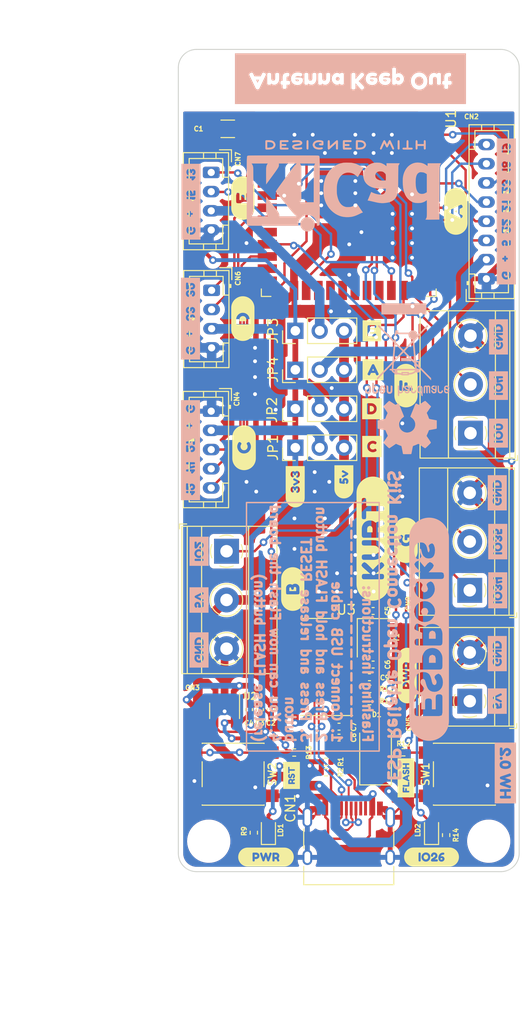
<source format=kicad_pcb>
(kicad_pcb (version 20211014) (generator pcbnew)
  (layers (0 "F.Cu" signal) (31 "B.Cu" signal) (34 "B.Paste" user) (35 "F.Paste" user) (36 "B.SilkS" user "B.Silkscreen") (37 "F.SilkS" user "F.Silkscreen") (38 "B.Mask" user) (39 "F.Mask" user) (44 "Edge.Cuts" user))
  (net 0 "")
  (net 1 "/3V3")
  (net 2 "GND")
  (net 3 "/5V")
  (net 4 "Net-(C3-Pad1)")
  (net 5 "/XO")
  (net 6 "/XI")
  (net 7 "Net-(C9-Pad1)")
  (net 8 "Net-(CN1-PadA5)")
  (net 9 "/D_P")
  (net 10 "/D_N")
  (net 12 "Net-(CN1-PadB5)")
  (net 14 "/GPIO5")
  (net 15 "/GPIO18{slash}SPI_SCK")
  (net 16 "/GPIO19{slash}SPI_MISO")
  (net 17 "/GPIO21")
  (net 18 "/GPIO1{slash}TX0")
  (net 19 "/GPIO3{slash}RX0")
  (net 20 "Net-(LD1-Pad1)")
  (net 21 "Net-(LD2-Pad1)")
  (net 22 "/GPIO22")
  (net 23 "/EN")
  (net 24 "/GPIO23{slash}SPI_MOSI")
  (net 25 "Net-(R10-Pad1)")
  (net 26 "Net-(R11-Pad1)")
  (net 27 "/GPIO0{slash}FLASH")
  (net 28 "/GPIO2")
  (net 29 "/GPIO27")
  (net 30 "/GPIO17{slash}TX2")
  (net 31 "/GPIO16{slash}RX2")
  (net 32 "/GPIO14")
  (net 33 "/GPIO12")
  (net 41 "/C_Vcc")
  (net 42 "/GPIO32")
  (net 43 "/GPIO33")
  (net 44 "/D_Vcc")
  (net 45 "/GPIO34")
  (net 46 "/GPIO35")
  (net 47 "/E_Vcc")
  (net 48 "/GPIO4")
  (net 55 "/GPIO13")
  (net 57 "/GPIO26{slash}LED")
  (net 58 "/GPIO25")
  (net 59 "/GPIO15")
  (net 60 "/A_Vcc")
  (net 61 "Net-(CN5-Pad1)")
  (net 62 "/S_VP{slash}GPIO36")
  (net 63 "/S_VN{slash}GPIO39")
  (footprint "Resistor_SMD:R_0402_1005Metric" (layer "F.Cu") (at 124.9598 122.0978)
    (fp_text reference "R12")
    (fp_text value "10k" hide)
  )
  (footprint "kibuzzard-633F126E" (layer "F.Cu") (at 125.2138 99.9998 90)
    (fp_text reference "kibuzzard-633F126E" hide)
    (fp_text value "G***" hide)
  )
  (footprint "TerminalBlock_Phoenix:TerminalBlock_Phoenix_MKDS-1,5-2-5.08_1x02_P5.08mm_Horizontal" (layer "F.Cu") (at 131.8688 116.7688 90)
    (fp_text reference "CN5")
    (fp_text value "PWR")
  )
  (footprint "MountingHole:MountingHole_3.5mm" (layer "F.Cu") (at 104.6398 131.3688)
    (fp_text reference "REF**" hide)
    (fp_text value "MountingHole_3.5mm" hide)
  )
  (footprint "Connector_PinHeader_2.54mm:PinHeader_1x03_P2.54mm_Vertical" (layer "F.Cu") (at 113.6718 90.3478 90)
    (fp_text reference "JP1")
    (fp_text value "C_Pwr_Jmp" hide)
  )
  (footprint "kibuzzard-633DE20B" (layer "F.Cu") (at 113.6568 94.4118 90)
    (fp_text reference "kibuzzard-633DE20B" hide)
    (fp_text value "G***" hide)
  )
  (footprint "kibuzzard-633DE5F9" (layer "F.Cu") (at 113.2758 124.5108 90)
    (fp_text reference "kibuzzard-633DE5F9" hide)
    (fp_text value "G***" hide)
  )
  (footprint "kibuzzard-62924A8F" (layer "F.Cu") (at 110.6088 133.0198)
    (fp_text reference "kibuzzard-62924A8F" hide)
    (fp_text value "G***" hide)
  )
  (footprint "MountingHole:MountingHole_3.5mm" (layer "F.Cu") (at 133.8498 51.9938)
    (fp_text reference "REF**" hide)
    (fp_text value "MountingHole_3.5mm" hide)
  )
  (footprint "Connector_JST:JST_PH_B4B-PH-K_1x04_P2.00mm_Vertical" (layer "F.Cu") (at 104.8938 61.6458 -90)
    (fp_text reference "CN7")
    (fp_text value "E")
  )
  (footprint "Connector_PinHeader_2.54mm:PinHeader_1x03_P2.54mm_Vertical" (layer "F.Cu") (at 113.6718 78.1558 90)
    (fp_text reference "JP3")
    (fp_text value "E_Pwr_Jmp" hide)
  )
  (footprint "Resistor_SMD:R_0402_1005Metric" (layer "F.Cu") (at 116.8826 124.1806 180)
    (fp_text reference "R2")
    (fp_text value "5k1" hide)
  )
  (footprint "kibuzzard-633080E5" (layer "F.Cu") (at 127.8808 133.0198)
    (fp_text reference "kibuzzard-633080E5" hide)
    (fp_text value "G***" hide)
  )
  (footprint "kibuzzard-633DE5EA" (layer "F.Cu") (at 125.2138 124.7648 90)
    (fp_text reference "kibuzzard-633DE5EA" hide)
    (fp_text value "G***" hide)
  )
  (footprint "MountingHole:MountingHole_3.5mm" (layer "F.Cu") (at 104.6398 51.9938)
    (fp_text reference "REF**" hide)
    (fp_text value "MountingHole_3.5mm" hide)
  )
  (footprint "kibuzzard-633DEFD9" (layer "F.Cu") (at 121.7848 82.2198)
    (fp_text reference "kibuzzard-633DEFD9" hide)
    (fp_text value "G***" hide)
  )
  (footprint "Resistor_SMD:R_0402_1005Metric" (layer "F.Cu") (at 113.5552 122.1232 180)
    (fp_text reference "R13")
    (fp_text value "10k" hide)
  )
  (footprint "Connector_USB:USB_C_Receptacle_HRO_TYPE-C-31-M-12" (layer "F.Cu") (at 119.2448 132.0038)
    (fp_text reference "CN1")
    (fp_text value "USB_C" hide)
  )
  (footprint "Capacitor_SMD:C_0402_1005Metric" (layer "F.Cu") (at 121.7848 107.3658)
    (fp_text reference "C5")
    (fp_text value "12pF" hide)
  )
  (footprint "Connector_JST:JST_PH_B5B-PH-K_1x05_P2.00mm_Vertical" (layer "F.Cu") (at 104.8938 86.5378 -90)
    (fp_text reference "CN4")
    (fp_text value "C")
  )
  (footprint "TerminalBlock_Phoenix:TerminalBlock_Phoenix_MKDS-1,5-3-5.08_1x03_P5.08mm_Horizontal" (layer "F.Cu") (at 131.9448 88.8288 90)
    (fp_text reference "CN8")
    (fp_text value "F")
  )
  (footprint "Resistor_SMD:R_0402_1005Metric" (layer "F.Cu") (at 129.4048 130.7338 90)
    (fp_text reference "R14")
    (fp_text value "1k" hide)
  )
  (footprint "kibuzzard-63307F6C" (layer "F.Cu") (at 130.4208 65.7098 90)
    (fp_text reference "kibuzzard-63307F6C" hide)
    (fp_text value "G***" hide)
  )
  (footprint "kibuzzard-635D64EE" (layer "F.Cu") (at 121.7676 99.822 90)
    (fp_text reference "kibuzzard-635D64EE" hide)
    (fp_text value "G***" hide)
  )
  (footprint "TerminalBlock_Phoenix:TerminalBlock_Phoenix_MKDS-1,5-3-5.08_1x03_P5.08mm_Horizontal" (layer "F.Cu") (at 106.4938 101.1378 -90)
    (fp_text reference "CN3")
    (fp_text value "B")
  )
  (footprint "Capacitor_SMD:C_0402_1005Metric" (layer "F.Cu") (at 118.2288 119.4308)
    (fp_text reference "C7")
    (fp_text value "10uF" hide)
  )
  (footprint "kibuzzard-63307FB0" (layer "F.Cu") (at 108.1958 76.8858 90)
    (fp_text reference "kibuzzard-63307FB0" hide)
    (fp_text value "G***" hide)
  )
  (footprint "kibuzzard-633DEFCA" (layer "F.Cu") (at 121.6578 86.2838)
    (fp_text reference "kibuzzard-633DEFCA" hide)
    (fp_text value "G***" hide)
  )
  (footprint "Connector_JST:JST_PH_B4B-PH-K_1x04_P2.00mm_Vertical" (layer "F.Cu") (at 104.9358 73.9338 -90)
    (fp_text reference "CN6")
    (fp_text value "D")
  )
  (footprint "Capacitor_SMD:C_0402_1005Metric" (layer "F.Cu") (at 118.2288 120.5738)
    (fp_text reference "C8")
    (fp_text value "100nF" hide)
  )
  (footprint "Crystal:Crystal_SMD_3225-4Pin_3.2x2.5mm" (layer "F.Cu") (at 121.7848 110.1598 -90)
    (fp_text reference "Y1")
    (fp_text value "Crystal" hide)
  )
  (footprint "kibuzzard-633DEFBF" (layer "F.Cu") (at 121.6578 90.2208)
    (fp_text reference "kibuzzard-633DEFBF" hide)
    (fp_text value "G***" hide)
  )
  (footprint "kibuzzard-633F1259" (layer "F.Cu") (at 125.2138 83.8708 90)
    (fp_text reference "kibuzzard-633F1259" hide)
    (fp_text value "G***" hide)
  )
  (footprint "Resistor_SMD:R_0402_1005Metric" (layer "F.Cu") (at 116.8826 123.0884 180)
    (fp_text reference "R1")
    (fp_text value "5k1" hide)
  )
  (footprint "Package_TO_SOT_SMD:SOT-23-5" (layer "F.Cu") (at 106.2908 117.7798 -90)
    (fp_text reference "U2")
    (fp_text value "SPX3819M5-L-3-3" hide)
  )
  (footprint "Button_Switch_SMD:SW_Push_1P1T_NO_6x6mm_H9.5mm" (layer "F.Cu") (at 131.3098 124.3838 180)
    (fp_text reference "SW1")
    (fp_text value "Flash")
  )
  (footprint "Resistor_SMD:R_0402_1005Metric" (layer "F.Cu") (at 121.4018 115.4938)
    (fp_text reference "R11")
    (fp_text value "470" hide)
  )
  (footprint "LED_SMD:LED_0603_1608Metric" (layer "F.Cu") (at 127.8808 130.2258 90)
    (fp_text reference "LD2")
    (fp_text value "User" hide)
  )
  (footprint "Connector_JST:JST_PH_B8B-PH-K_1x08_P2.00mm_Vertical" (layer "F.Cu") (at 133.6046 72.7352 90)
    (fp_text reference "CN2")
    (fp_text value "A")
  )
  (footprint "Capacitor_SMD:C_0402_1005Metric" (layer "F.Cu") (at 111.1168 117.6528 -90)
    (fp_text reference "C2")
    (fp_text value "1uF" hide)
  )
  (footprint "Capacitor_SMD:C_1206_3216Metric" (layer "F.Cu") (at 106.621 57.0992)
    (fp_text reference "C1")
    (fp_text value "100uF" hide)
  )
  (footprint "RF_Module:ESP32-WROOM-32" (layer "F.Cu") (at 119.2448 64.6938)
    (fp_text reference "U1")
    (fp_text value "ESP32-WROOM-32E")
  )
  (footprint "kibuzzard-63307FA1" (layer "F.Cu") (at 108.1958 64.3128 90)
    (fp_text reference "kibuzzard-63307FA1" hide)
    (fp_text value "G***" hide)
  )
  (footprint "Resistor_SMD:R_0402_1005Metric" (layer "F.Cu") (at 109.3388 130.4798 90)
    (fp_text reference "R9")
    (fp_text value "1k" hide)
  )
  (footprint "TerminalBlock_Phoenix:TerminalBlock_Phoenix_MKDS-1,5-3-5.08_1x03_P5.08mm_Horizontal" (layer "F.Cu") (at 131.8688 105.2118 90)
    (fp_text reference "CN9")
    (fp_text value "G")
  )
  (footprint "Connector_PinHeader_2.54mm:PinHeader_1x03_P2.54mm_Vertical" (layer "F.Cu") (at 113.6718 86.2838 90)
    (fp_text reference "JP2")
    (fp_text value "D_Pwr_Jmp" hide)
  )
  (footprint "Capacitor_SMD:C_0402_1005Metric" (layer "F.Cu") (at 109.9738 117.6528 90)
    (fp_text reference "C3")
    (fp_text value "470pF" hide)
  )
  (footprint "Button_Switch_SMD:SW_Push_1P1T_NO_6x6mm_H9.5mm" (layer "F.Cu") (at 107.1798 124.3838 180)
    (fp_text reference "SW2")
    (fp_text value "Reset")
  )
  (footprint "kibuzzard-63307FC4" (layer "F.Cu") (at 108.3228 90.3478 90)
    (fp_text reference "kibuzzard-63307FC4" hide)
    (fp_text value "G***" hide)
  )
  (footprint "kibuzzard-62924A8F" (layer "F.Cu") (at 125.3408 114.0968 90)
    (fp_text reference "kibuzzard-62924A8F" hide)
    (fp_text value "G***" hide)
  )
  (footprint "kibuzzard-63307FD4" (layer "F.Cu") (at 113.4028 105.0798 90)
    (fp_text reference "kibuzzard-63307FD4" hide)
    (fp_text value "G***" hide)
  )
  (footprint "Capacitor_SMD:C_0402_1005Metric" (layer "F.Cu") (at 108.8308 117.6528 90)
    (fp_text reference "C4")
    (fp_text value "10uF" hide)
  )
  (footprint "Capacitor_SMD:C_0402_1005Metric" (layer "F.Cu") (at 121.7848 112.9538 180)
    (fp_text reference "C6")
    (fp_text value "12pF" hide)
  )
  (footprint "LED_SMD:LED_0603_1608Metric" (layer "F.Cu") (at 110.8628 130.2258 90)
    (fp_text reference "LD1")
    (fp_text value "Pwr" hide)
  )
  (footprint "Capacitor_SMD:C_0402_1005Metric" (layer "F.Cu") (at 121.4038 114.2746)
    (fp_text reference "C9")
    (fp_text value "100nF" hide)
  )
  (footprint "Resistor_SMD:R_0402_1005Metric" (layer "F.Cu") (at 121.4018 116.7638)
    (fp_text reference "R10")
    (fp_text value "470" hide)
  )
  (footprint "Package_SO:SOIC-16_3.9x9.9mm_P1.27mm" (layer "F.Cu") (at 116.1968 113.2078 180)
    (fp_text reference "U3")
    (fp_text value "CH340G" hide)
  )
  (footprint "Connector_PinHeader_2.54mm:PinHeader_1x03_P2.54mm_Vertical" (layer "F.Cu") (at 113.6718 82.2198 90)
    (fp_text reference "JP4")
    (fp_text value "A_Pwr_Jmp" hide)
  )
  (footprint "kibuzzard-633DEFE5" (layer "F.Cu") (at 121.6578 78.1558)
    (fp_text reference "kibuzzard-633DEFE5" hide)
    (fp_text value "G***" hide)
  )
  (footprint "Diode_SMD:D_SMA" (layer "F.Cu") (at 122.0388 122.0978 90)
    (fp_text reference "D1")
    (fp_text value "SS34" hide)
  )
  (footprint "MountingHole:MountingHole_3.5mm" (layer "F.Cu") (at 133.8498 131.3688)
    (fp_text reference "REF**" hide)
    (fp_text value "MountingHole_3.5mm" hide)
  )
  (footprint "kibuzzard-633DE216" (layer "F.Cu") (at 118.7368 93.9038 90)
    (fp_text reference "kibuzzard-633DE216" hide)
    (fp_text value "G***" hide)
  )
  (footprint "kibuzzard-633DEB42" (layer "B.Cu") (at 103.6238 106.2228 90)
    (fp_text reference "kibuzzard-633DEB42" hide)
    (fp_text value "G***" hide)
  )
  (footprint "kibuzzard-633DEB59" (layer "B.Cu") (at 103.6238 111.4298 90)
    (fp_text reference "kibuzzard-633DEB59" hide)
    (fp_text value "G***" hide)
  )
  (footprint "kibuzzard-6341BB74" (layer "B.Cu") (at 135.6788 65.7148 90)
    (fp_text reference "kibuzzard-6341BB74" hide)
    (fp_text value "G***" hide)
  )
  (footprint "kibuzzard-633DE730" (layer "B.Cu") (at 127.6268 109.2708 90)
    (fp_text reference "kibuzzard-633DE730" hide)
    (fp_text value "G***" hide)
  )
  (footprint "kibuzzard-633DEB59" (layer "B.Cu") (at 134.7388 111.8108 90)
    (fp_text reference "kibuzzard-633DEB59" hide)
    (fp_text value "G***" hide)
  )
  (footprint "Symbol:OSHW-Logo2_9.8x8mm_SilkScreen" (layer "B.Cu") (at 125.3408 87.2998)
    (fp_text reference "REF**" hide)
    (fp_text value "OSHW-Logo2_9.8x8mm_SilkScreen" hide)
  )
  (footprint "kibuzzard-6341BAF6" (layer "B.Cu") (at 134.7898 100.1318 90)
    (fp_text reference "kibuzzard-6341BAF6" hide)
    (fp_text value "G***" hide)
  )
  (footprint "Symbol:KiCad-Logo2_8mm_SilkScreen" (layer "B.Cu") (at 118.726907 63.866376)
    (fp_text reference "REF**" hide)
    (fp_text value "KiCad-Logo2_8mm_SilkScreen" hide)
  )
  (footprint "Symbol:WEEE-Logo_5.6x8mm_SilkScreen" (layer "B.Cu") (at 125.0108 79.3038)
    (fp_text reference "REF**" hide)
    (fp_text value "WEEE-Logo_5.6x8mm_SilkScreen" hide)
  )
  (footprint "kibuzzard-633DEB42" (layer "B.Cu") (at 134.7388 116.7638 90)
    (fp_text reference "kibuzzard-633DEB42" hide)
    (fp_text value "G***" hide)
  )
  (footprint "kibuzzard-6341BB0D" (layer "B.Cu") (at 134.7898 105.2118 90)
    (fp_text reference "kibuzzard-6341BB0D" hide)
    (fp_text value "G***" hide)
  )
  (footprint "kibuzzard-633DEAFD" (layer "B.Cu") (at 134.8658 88.8238 90)
    (fp_text reference "kibuzzard-633DEAFD" hide)
    (fp_text value "G***" hide)
  )
  (footprint "kibuzzard-633DEB90" (layer "B.Cu") (at 103.6238 101.1428 90)
    (fp_text reference "kibuzzard-633DEB90" hide)
    (fp_text value "G***" hide)
  )
  (footprint "kibuzzard-633DEB59" (layer "B.Cu") (at 134.7388 95.0468 90)
    (fp_text reference "kibuzzard-633DEB59" hide)
    (fp_text value "G***" hide)
  )
  (footprint "kibuzzard-633DEB59" (layer "B.Cu") (at 134.8658 78.7908 90)
    (fp_text reference "kibuzzard-633DEB59" hide)
    (fp_text value "G***" hide)
  )
  (footprint "kibuzzard-633F140C" (layer "B.Cu") (at 102.7348 90.6018 90)
    (fp_text reference "kibuzzard-633F140C" hide)
    (fp_text value "G***" hide)
  )
  (footprint "kibuzzard-635D654D" (layer "B.Cu") (at 135.5852 124.2568 90)
    (fp_text reference "kibuzzard-635D654D" hide)
    (fp_text value "G***" hide)
  )
  (footprint "kibuzzard-633DEAE8" (layer "B.Cu") (at 134.8658 83.8708 90)
    (fp_text reference "kibuzzard-633DEAE8" hide)
    (fp_text value "G***" hide)
  )
  (footprint "kibuzzard-633F1449" (layer "B.Cu") (at 102.7348 76.8858 90)
    (fp_text reference "kibuzzard-633F1449" hide)
    (fp_text value "G***" hide)
  )
  (footprint "kibuzzard-6341AAF6" (layer "B.Cu") (at 119.4228 51.8718)
    (fp_text reference "kibuzzard-6341AAF6" hide)
    (fp_text value "G***" hide)
  )
  (footprint "kibuzzard-6341BAB6" (layer "B.Cu") (at 102.7858 64.6988 90)
    (fp_text reference "kibuzzard-6341BAB6" hide)
    (fp_text value "G***" hide)
  )
  (gr_line (start 108.5768 121.9708) (end 122.4198 121.9708) (layer "B.SilkS") (width 0.15))
  (gr_line (start 108.5768 96.0628) (end 108.5768 121.9708) (layer "B.SilkS") (width 0.15))
  (gr_line (start 122.4198 121.9708) (end 122.4198 96.0628) (layer "B.SilkS") (width 0.15))
  (gr_line (start 122.4198 96.0628) (end 108.5768 96.0628) (layer "B.SilkS") (width 0.15))
  (gr_arc (start 137.0248 132.6388) (mid 136.466838 133.985838) (end 135.1198 134.5438) (layer "Edge.Cuts") (width 0.1))
  (gr_arc (start 103.3698 134.5438) (mid 102.022762 133.985838) (end 101.4648 132.6388) (layer "Edge.Cuts") (width 0.1))
  (gr_line (start 135.1198 134.5438) (end 103.3698 134.5438) (layer "Edge.Cuts") (width 0.1))
  (gr_line (start 103.3698 48.8188) (end 135.1198 48.8188) (layer "Edge.Cuts") (width 0.1))
  (gr_line (start 137.0248 132.6388) (end 137.0248 50.7238) (layer "Edge.Cuts") (width 0.1))
  (gr_line (start 101.4648 50.7238) (end 101.4648 132.6388) (layer "Edge.Cuts") (width 0.1))
  (gr_arc (start 101.4648 50.7238) (mid 102.022762 49.376762) (end 103.3698 48.8188) (layer "Edge.Cuts") (width 0.1))
  (gr_arc (start 135.1198 48.8188) (mid 136.466838 49.376762) (end 137.0248 50.7238) (layer "Edge.Cuts") (width 0.1))
  (gr_text "ESP Reliable Open Connection KitS" (at 123.9438 108.8898 270) (layer "B.SilkS") (effects (font (size 1.2 1.2) (thickness 0.3)) (justify mirror)))
  (gr_text "Flashing Instructions:\n-------------------\n1. Connect USB cable\n2. Press and hold FLASH button\n3. Press and release RESET \nbutton\n4. You can now Flash the board \n(release FLASH button)" (at 115.5618 121.2088 270) (layer "B.SilkS") (effects (font (size 1 1) (thickness 0.25)) (justify left mirror)))
  (segment (start 102.9888 68.707) (end 102.9888 60.7314) (width 0.4) (layer "F.Cu") (net 1))
  (segment (start 124.4244 122.1232) (end 124.4498 122.0978) (width 0.4) (layer "F.Cu") (net 1))
  (segment (start 105.146 58.4182) (end 105.224 58.4962) (width 0.4) (layer "F.Cu") (net 1))
  (segment (start 107.2408 118.9173) (end 108.0463 118.9173) (width 0.4) (layer "F.Cu") (net 1))
  (segment (start 112.6501 123.5383) (end 114.0652 122.1232) (width 0.4) (layer "F.Cu") (net 1))
  (segment (start 108.8308 119.0498) (end 109.034 119.253) (width 0.6) (layer "F.Cu") (net 1))
  (segment (start 102.9888 60.7314) (end 105.224 58.4962) (width 0.4) (layer "F.Cu") (net 1))
  (segment (start 108.5768 58.4962) (end 109.3642 57.7088) (width 0.4) (layer "F.Cu") (net 1))
  (segment (start 108.0463 118.9173) (end 108.8308 118.1328) (width 0.4) (layer "F.Cu") (net 1))
  (segment (start 110.8628 129.4383) (end 110.8628 128.7018) (width 0.4) (layer "F.Cu") (net 1))
  (segment (start 109.3642 57.7088) (end 110.7448 57.7088) (width 0.4) (layer "F.Cu") (net 1))
  (segment (start 114.0652 121.3886) (end 114.0652 122.1232) (width 0.4) (layer "F.Cu") (net 1))
  (segment (start 113.6718 82.2198) (end 113.6718 86.2838) (width 0.6) (layer "F.Cu") (net 1))
  (segment (start 106.4233 118.9173) (end 106.2908 119.0498) (width 0.4) (layer "F.Cu") (net 1))
  (segment (start 105.0716 70.7898) (end 102.9888 68.707) (width 0.4) (layer "F.Cu") (net 1))
  (segment (start 107.2408 118.9173) (end 106.4233 118.9173) (width 0.4) (layer "F.Cu") (net 1))
  (segment (start 112.0058 123.5383) (end 112.6501 123.5383) (width 0.4) (layer "F.Cu") (net 1))
  (segment (start 105.146 57.0992) (end 105.146 58.4182) (width 0.4) (layer "F.Cu") (net 1))
  (segment (start 113.3266 120.65) (end 114.0652 121.3886) (width 0.4) (layer "F.Cu") (net 1))
  (segment (start 113.6718 78.1558) (end 113.6718 82.2198) (width 0.6) (layer "F.Cu") (net 1))
  (segment (start 114.0652 122.1232) (end 124.4244 122.1232) (width 0.4) (layer "F.Cu") (net 1))
  (segment (start 107.0274 120.65) (end 113.3266 120.65) (width 0.4) (layer "F.Cu") (net 1))
  (segment (start 113.6718 86.2838) (end 113.6718 90.3478) (width 0.6) (layer "F.Cu") (net 1))
  (segment (start 105.224 58.4962) (end 108.5768 58.4962) (width 0.4) (layer "F.Cu") (net 1))
  (segment (start 108.8308 118.1328) (end 108.8308 119.0498) (width 0.6) (layer "F.Cu") (net 1))
  (segment (start 110.8628 128.7018) (end 111.32 128.2446) (width 0.4) (layer "F.Cu") (net 1))
  (via (at 105.0716 70.7898) (size 0.8) (drill 0.4) (layers "F.Cu" "B.Cu") (net 1))
  (via (at 106.2908 119.0498) (size 0.8) (drill 0.4) (layers "F.Cu" "B.Cu") (net 1))
  (via (at 107.0274 120.65) (size 0.8) (drill 0.4) (layers "F.Cu" "B.Cu") (net 1))
  (via (at 111.32 128.2446) (size 0.8) (drill 0.4) (layers "F.Cu" "B.Cu") (net 1))
  (via (at 109.034 119.253) (size 0.8) (drill 0.4) (layers "F.Cu" "B.Cu") (net 1))
  (via (at 112.0058 123.5383) (size 0.8) (drill 0.4) (layers "F.Cu" "B.Cu") (net 1))
  (segment (start 113.6718 78.1558) (end 113.6718 73.8528) (width 0.4) (layer "B.Cu") (net 1))
  (segment (start 113.6718 95.1842) (end 113.6718 90.3478) (width 0.6) (layer "B.Cu") (net 1))
  (segment (start 112.0058 123.5383) (end 112.0058 125.083738) (width 0.4) (layer "B.Cu") (net 1))
  (segment (start 106.2908 119.0498) (end 106.2908 119.9134) (width 0.4) (layer "B.Cu") (net 1))
  (segment (start 113.6718 73.8528) (end 112.4376 72.6186) (width 0.4) (layer "B.Cu") (net 1))
  (segment (start 106.2908 119.9134) (end 107.0274 120.65) (width 0.4) (layer "B.Cu") (net 1))
  (segment (start 110.6088 70.7898) (end 105.0716 70.7898) (width 0.4) (layer "B.Cu") (net 1))
  (segment (start 112.4376 72.6186) (end 110.6088 70.7898) (width 0.4) (layer "B.Cu") (net 1))
  (segment (start 109.034 99.822) (end 113.6718 95.1842) (width 0.6) (layer "B.Cu") (net 1))
  (segment (start 109.034 119.253) (end 109.034 99.822) (width 0.6) (layer "B.Cu") (net 1))
  (segment (start 111.32 125.769538) (end 111.32 128.2446) (width 0.4) (layer "B.Cu") (net 1))
  (segment (start 112.0058 125.083738) (end 111.32 125.769538) (width 0.4) (layer "B.Cu") (net 1))
  (segment (start 118.2448 67.0198) (end 113.5298 71.7348) (width 0.8) (layer "F.Cu") (net 2))
  (segment (start 122.6348 107.7358) (end 122.2648 107.3658) (width 0.25) (layer "F.Cu") (net 2))
  (segment (start 109.3388 129.9698) (end 109.3388 128.4498) (width 0.25) (layer "F.Cu") (net 2))
  (segment (start 112.2344 85.8266) (end 112.2344 75.5142) (width 0.8) (layer "F.Cu") (net 2))
  (segment (start 122.6498 127.9588) (end 123.5648 128.8738) (width 0.25) (layer "F.Cu") (net 2))
  (segment (start 115.5618 123.0884) (end 115.1554 123.4948) (width 0.25) (layer "F.Cu") (net 2))
  (segment (start 124.528 114.8334) (end 128.7242 114.8334) (width 0.8) (layer "F.Cu") (net 2))
  (segment (start 118.7088 119.4308) (end 118.7088 120.5738) (width 0.6) (layer "F.Cu") (net 2))
  (segment (start 122.6348 109.0598) (end 122.6348 107.7358) (width 0.25) (layer "F.Cu") (net 2))
  (segment (start 118.7088 119.4308) (end 118.7088 117.6898) (width 0.6) (layer "F.Cu") (net 2))
  (segment (start 118.7088 117.6898) (end 118.6718 117.6528) (width 0.6) (layer "F.Cu") (net 2))
  (segment (start 112.6848 126.6338) (end 114.9248 128.8738) (width 0.25) (layer "F.Cu") (net 2))
  (segment (start 134.8658 92.0548) (end 131.8688 95.0518) (width 1) (layer "F.Cu") (net 2))
  (segment (start 131.8688 95.0518) (end 134.7388 97.9218) (width 1) (layer "F.Cu") (net 2))
  (segment (start 109.9738 117.1728) (end 110.9338 118.1328) (width 0.25) (layer "F.Cu") (net 2))
  (segment (start 122.6348 109.0598) (end 129.2398 109.0598) (width 0.8) (layer "F.Cu") (net 2))
  (segment (start 114.9248 133.0538) (end 123.5648 133.0538) (width 0.25) (layer "F.Cu") (net 2))
  (segment (start 135.6532 57.9374) (end 135.6532 70.6866) (width 0.8) (layer "F.Cu") (net 2))
  (segment (start 111.1168 119.3768) (end 111.1168 118.1328) (width 0.25) (layer "F.Cu") (net 2))
  (segment (start 123.9692 114.2746) (end 124.528 114.8334) (width 0.6) (layer "F.Cu") (net 2))
  (segment (start 124.528 114.8334) (end 124.528 116.9162) (width 0.6) (layer "F.Cu") (net 2))
  (segment (start 115.8398 127.9588) (end 114.9248 128.8738) (width 0.25) (layer "F.Cu") (net 2))
  (segment (start 120.9348 112.5838) (end 121.3048 112.9538) (width 0.25) (layer "F.Cu") (net 2))
  (segment (start 110.7448 56.4388) (end 118.9654 56.4388) (width 0.8) (layer "F.Cu") (net 2))
  (segment (start 125.8048 126.6338) (end 123.5648 128.8738) (width 0.25) (layer "F.Cu") (net 2))
  (segment (start 108.7564 56.4388) (end 108.096 57.0992) (width 0.25) (layer "F.Cu") (net 2))
  (segment (start 103.2048 126.6338) (end 111.1548 126.6338) (width 0.25) (layer "F.Cu") (net 2))
  (segment (start 106.2908 116.6423) (end 106.2908 117.8306) (width 0.8) (layer "F.Cu") (net 2))
  (segment (start 109.3388 128.4498) (end 111.1548 126.6338) (width 0.25) (layer "F.Cu") (net 2))
  (segment (start 108.8308 117.1728) (end 109.9738 117.1728) (width 0.25) (layer "F.Cu") (net 2))
  (segment (start 114.9248 128.8738) (end 114.9248 133.0538) (width 0.25) (layer "F.Cu") (net 2))
  (segment (start 129.2398 109.0598) (end 131.8688 111.6888) (width 0.8) (layer "F.Cu") (net 2))
  (segment (start 134.7388 108.8188) (end 131.8688 111.6888) (width 1) (layer "F.Cu") (net 2))
  (segment (start 122.4948 127.9588) (end 122.6498 127.9588) (width 0.25) (layer "F.Cu") (net 2))
  (segment (start 112.2344 75.5142) (end 113.5298 74.2188) (width 0.8) (layer "F.Cu") (net 2))
  (segment (start 110.7448 56.4388) (end 108.7564 56.4388) (width 0.25) (layer "F.Cu") (net 2))
  (segment (start 113.5298 71.7348) (end 113.5298 73.9488) (width 0.8) (layer "F.Cu") (net 2))
  (segment (start 111.1548 126.6338) (end 112.6848 126.6338) (width 0.25) (layer "F.Cu") (net 2))
  (segment (start 103.1412 125.095) (end 103.1412 126.5702) (width 0.8) (layer "F.Cu") (net 2))
  (segment (start 135.6532 70.6866) (end 133.6046 72.7352) (width 0.8) (layer "F.Cu") (net 2))
  (segment (start 135.3738 126.7228) (end 135.2848 126.6338) (width 0.6) (layer "F.Cu") (net 2))
  (segment (start 118.2448 57.1594) (end 118.9654 56.4388) (width 0.8) (layer "F.Cu") (net 2))
  (segment (start 113.9108 126.6698) (end 113.8748 126.6338) (width 0.25) (layer "F.Cu") (net 2))
  (segment (start 118.2448 63.9388) (end 118.2448 57.1594) (width 0.8) (layer "F.Cu") (net 2))
  (segment (start 123.5648 128.8738) (end 123.5648 133.0538) (width 0.25) (layer "F.Cu") (net 2))
  (segment (start 129.4048 130.2238) (end 129.4048 128.7038) (width 0.25) (layer "F.Cu") (net 2))
  (segment (start 120.9348 111.2598) (end 120.9348 112.5838) (width 0.25) (layer "F.Cu") (net 2))
  (segment (start 121.8838 113.5328) (end 121.3048 112.9538) (width 0.25) (layer "F.Cu") (net 2))
  (segment (start 131.9448 78.6688) (end 134.8658 81.5898) (width 1) (layer "F.Cu") (net 2))
  (segment (start 127.7448 56.4388) (end 134.1546 56.4388) (width 0.8) (layer "F.Cu") (net 2))
  (segment (start 129.4048 128.7038) (end 127.3348 126.6338) (width 0.25) (layer "F.Cu") (net 2))
  (segment (start 118.2448 63.9388) (end 118.2448 67.0198) (width 0.8) (layer "F.Cu") (net 2))
  (segment (start 128.7242 114.8334) (end 131.8688 111.6888) (width 0.8) (layer "F.Cu") (net 2))
  (segment (start 134.7388 97.9218) (end 134.7388 108.8188) (width 1) (layer "F.Cu") (net 2))
  (segment (start 113.8748 126.6338) (end 111.1548 126.6338) (width 0.25) (layer "F.Cu") (net 2))
  (segment (start 103.1412 126.5702) (end 103.2048 126.6338) (width 0.8) (layer "F.Cu") (net 2))
  (segment (start 116.3726 123.0884) (end 115.5618 123.0884) (width 0.25) (layer "F.Cu") (net 2))
  (segment (start 127.3348 126.6338) (end 125.8048 126.6338) (width 0.25) (layer "F.Cu") (net 2))
  (segment (start 115.9948 127.9588) (end 115.8398 127.9588) (width 0.25) (layer "F.Cu") (net 2))
  (segment (start 109.4912 125.7554) (end 110.2764 125.7554) (width 0.25) (layer "F.Cu") (net 2))
  (segment (start 134.1546 56.4388) (end 135.6532 57.9374) (width 0.8) (layer "F.Cu") (net 2))
  (segment (start 110.2764 125.7554) (end 111.1548 126.6338) (width 0.25) (layer "F.Cu") (net 2))
  (segment (start 123.7152 117.729) (end 118.748 117.729) (width 0.6) (layer "F.Cu") (net 2))
  (segment (start 111.6248 86.3854) (end 111.6756 86.3854) (width 0.8) (layer "F.Cu") (net 2))
  (segment (start 118.9654 56.4388) (end 127.7448 56.4388) (width 0.8) (layer "F.Cu") (net 2))
  (segment (start 116.3726 123.0884) (end 116.3726 124.1806) (width 0.25) (layer "F.Cu") (net 2))
  (segment (start 106.2908 111.5008) (end 106.4938 111.2978) (width 0.8) (layer "F.Cu") (net 2))
  (segment (start 121.8838 114.2746) (end 123.9692 114.2746) (width 0.6) (layer "F.Cu") (net 2))
  (segment (start 135.2848 126.6338) (end 134.8044 126.6338) (width 1) (layer "F.Cu") (net 2))
  (segment (start 106.2908 116.6423) (end 106.2908 111.5008) (width 0.8) (layer "F.Cu") (net 2))
  (segment (start 134.8658 81.5898) (end 134.8658 92.0548) (width 1) (layer "F.Cu") (net 2))
  (segment (start 118.748 117.729) (end 118.6718 117.6528) (width 0.6) (layer "F.Cu") (net 2))
  (segment (start 121.8838 114.2746) (end 121.8838 113.5328) (width 0.25) (layer "F.Cu") (net 2))
  (segment (start 124.528 116.9162) (end 123.7152 117.729) (width 0.6) (layer "F.Cu") (net 2))
  (segment (start 134.8044 126.6338) (end 133.7228 125.5522) (width 1) (layer "F.Cu") (net 2))
  (segment (start 111.6756 86.3854) (end 112.2344 85.8266) (width 0.8) (layer "F.Cu") (net 2))
  (segment (start 110.5431 119.9505) (end 111.1168 119.3768) (width 0.25) (layer "F.Cu") (net 2))
  (segment (start 113.5298 74.2188) (end 113.5298 73.9488) (width 0.8) (layer "F.Cu") (net 2))
  (segment (start 127.3348 126.6338) (end 135.2848 126.6338) (width 0.25) (layer "F.Cu") (net 2))
  (segment (start 110.9338 118.1328) (end 111.1168 118.1328) (width 0.25) (layer "F.Cu") (net 2))
  (via (at 116.3748 65.0798) (size 0.8) (drill 0.4) (layers "F.Cu" "B.Cu") (net 2))
  (via (at 113.5808 57.7138) (size 0.8) (drill 0.4) (layers "F.Cu" "B.Cu") (net 2))
  (via (at 121.8358 59.6188) (size 0.8) (drill 0.4) (layers "F.Cu" "B.Cu") (net 2))
  (via (at 125.8488 63.9318) (size 0.8) (drill 0.4) (layers "F.Cu" "B.Cu") (net 2))
  (via (at 120.5658 67.8738) (size 0.8) (drill 0.4) (layers "F.Cu" "B.Cu") (net 2))
  (via (at 119.9308 99.6238) (size 0.8) (drill 0.4) (layers "F.Cu" "B.Cu") (net 2))
  (via (at 121.8358 103.4338) (size 0.8) (drill 0.4) (layers "F.Cu" "B.Cu") (net 2))
  (via (at 116.7558 59.6188) (size 0.8) (drill 0.4) (layers "F.Cu" "B.Cu") (net 2))
  (via (at 123.8168 65.9638) (size 0.8) (drill 0.4) (layers "F.Cu" "B.Cu") (net 2))
  (via (at 108.5768 93.9038) (size 0.8) (drill 0.4) (layers "F.Cu" "B.Cu") (net 2))
  (via (at 109.4658 81.3308) (size 0.8) (drill 0.4) (layers "F.Cu" "B.Cu") (net 2))
  (via (at 109.4912 125.7554) (size 0.8) (drill 0.4) (layers "F.Cu" "B.Cu") (net 2))
  (via (at 125.8488 69.0118) (size 0.8) (drill 0.4) (layers "F.Cu" "B.Cu") (net 2))
  (via (at 115.6888 94.9198) (size 0.8) (drill 0.4) (layers "F.Cu" "B.Cu") (net 2))
  (via (at 119.2958 69.1438) (size 0.8) (drill 0.4) (layers "F.Cu" "B.Cu") (net 2))
  (via (at 123.7408 57.7138) (size 0.8) (drill 0.4) (layers "F.Cu" "B.Cu") (net 2))
  (via (at 119.9308 105.3388) (size 0.8) (drill 0.4) (layers "F.Cu" "B.Cu") (net 2))
  (via (at 116.3748 62.5398) (size 0.8) (drill 0.4) (layers "F.Cu" "B.Cu") (net 2))
  (via (at 108.5768 69.0118) (size 0.8) (drill 0.4) (layers "F.Cu" "B.Cu") (net 2))
  (via (at 119.9308 59.6188) (size 0.8) (drill 0.4) (layers "F.Cu" "B.Cu") (net 2))
  (via (at 121.8358 57.7138) (size 0.8) (drill 0.4) (layers "F.Cu" "B.Cu") (net 2))
  (via (at 115.1554 123.4948) (size 0.8) (drill 0.4) (layers "F.Cu" "B.Cu") (net 2))
  (via (at 117.4668 84.1248) (size 0.8) (drill 0.4) (layers "F.Cu" "B.Cu") (net 2))
  (via (at 115.6888 92.8878) (size 0.8) (drill 0.4) (layers "F.Cu" "B.Cu") (net 2))
  (via (at 121.8358 105.3388) (size 0.8) (drill 0.4) (layers "F.Cu" "B.Cu") (net 2))
  (via (at 119.9308 63.8098) (size 0.8) (drill 0.4) (layers "F.Cu" "B.Cu") (net 2))
  (via (at 116.7558 97.7188) (size 0.8) (drill 0.4) (layers "F.Cu" "B.Cu") (net 2))
  (via (at 109.4658 84.7598) (size 0.8) (drill 0.4) (layers "F.Cu" "B.Cu") (net 2))
  (via (at 123.8168 69.0118) (size 0.8) (drill 0.4) (layers "F.Cu" "B.Cu") (net 2))
  (via (at 119.9308 62.5398) (size 0.8) (drill 0.4) (layers "F.Cu" "B.Cu") (net 2))
  (via (at 119.9308 57.7138) (size 0.8) (drill 0.4) (layers "F.Cu" "B.Cu") (net 2))
  (via (at 110.5431 119.9505) (size 0.8) (drill 0.4) (layers "F.Cu" "B.Cu") (net 2))
  (via (at 113.5808 97.7188) (size 0.8) (drill 0.4) (layers "F.Cu" "B.Cu") (net 2))
  (via (at 113.5808 100.8938) (size 0.8) (drill 0.4) (layers "F.Cu" "B.Cu") (net 2))
  (via (at 123.7408 59.6188) (size 0.8) (drill 0.4) (layers "F.Cu" "B.Cu") (net 2))
  (via (at 109.4658 79.9338) (size 0.8) (drill 0.4) (layers "F.Cu" "B.Cu") (net 2))
  (via (at 117.2128 93.9038) (size 0.8) (drill 0.4) (layers "F.Cu" "B.Cu") (net 2))
  (via (at 125.8488 67.4878) (size 0.8) (drill 0.4) (layers "F.Cu" "B.Cu") (net 2))
  (via (at 116.1208 105.3388) (size 0.8) (drill 0.4) (layers "F.Cu" "B.Cu") (net 2))
  (via (at 116.3748 63.8098) (size 0.8) (drill 0.4) (layers "F.Cu" "B.Cu") (net 2))
  (via (at 119.2958 76.1288) (size 0.8) (drill 0.4) (layers "F.Cu" "B.Cu") (net 2))
  (via (at 125.8488 65.9638) (size 0.8) (drill 0.4) (layers "F.Cu" "B.Cu") (net 2))
  (via (at 113.9108 126.6698) (size 0.8) (drill 0.4) (layers "F.Cu" "B.Cu") (net 2))
  (via (at 118.0258 105.3388) (size 0.8) (drill 0.4) (layers "F.Cu" "B.Cu") (net 2))
  (via (at 109.4658 82.9818) (size 0.8) (drill 0.4) (layers "F.Cu" "B.Cu") (net 2))
  (via (at 123.8168 67.4878) (size 0.8) (drill 0.4) (layers "F.Cu" "B.Cu") (net 2))
  (via (at 123.8168 70.5358) (size 0.8) (drill 0.4) (layers "F.Cu" "B.Cu") (net 2))
  (via (at 111.6248 86.3854) (size 0.8) (drill 0.4) (layers "F.Cu" "B.Cu") (net 2))
  (via (at 124.8328 93.3958) (size 0.8) (drill 0.4) (layers "F.Cu" "B.Cu") (net 2))
  (via (at 103.1412 125.095) (size 0.8) (drill 0.4) (layers "F.Cu" "B.Cu") (net 2))
  (via (at 119.9308 103.4338) (size 0.8) (drill 0.4) (layers "F.Cu" "B.Cu") (net 2))
  (via (at 133.7228 125.5522) (size 0.8) (drill 0.4) (layers "F.Cu" "B.Cu") (net 2))
  (via (at 119.2958 72.3188) (size 0.8) (drill 0.4) (layers "F.Cu" "B.Cu") (net 2))
  (via (at 124.8328 95.4278) (size 0.8) (drill 0.4) (layers "F.Cu" "B.Cu") (net 2))
  (via (at 119.9308 101.5288) (size 0.8) (drill 0.4) (layers "F.Cu" "B.Cu") (net 2))
  (via (at 119.9308 65.0798) (size 0.8) (drill 0.4) (layers "F.Cu" "B.Cu") (net 2))
  (via (at 117.3908 76.1288) (size 0.8) (drill 0.4) (layers "F.Cu" "B.Cu") (net 2))
  (via (at 109.5928 94.9198) (size 0.8) (drill 0.4) (layers "F.Cu" "B.Cu") (net 2))
  (via (at 118.0258 103.4338) (size 0.8) (drill 0.4) (layers "F.Cu" "B.Cu") (net 2))
  (via (at 125.8488 70.5358) (size 0.8) (drill 0.4) (layers "F.Cu" "B.Cu") (net 2))
  (via (at 115.4858 57.7138) (size 0.8) (drill 0.4) (layers "F.Cu" "B.Cu") (net 2))
  (via (at 124.8328 87.8078) (size 0.8) (drill 0.4) (layers "F.Cu" "B.Cu") (net 2))
  (via (at 121.8358 101.5288) (size 0.8) (drill 0.4) (layers "F.Cu" "B.Cu") (net 2))
  (via (at 106.2908 117.8306) (size 0.8) (drill 0.4) (layers "F.Cu" "B.Cu") (net 2))
  (segment (start 110.5431 119.9505) (end 109.4912 121.0024) (width 0.25) (layer "B.Cu") (net 2))
  (segment (start 105.478 117.8306) (end 103.7508 119.5578) (width 0.8) (layer "B.Cu") (net 2))
  (segment (start 104.9358 86.4958) (end 104.8938 86.5378) (width 1) (layer "B.Cu") (net 2))
  (segment (start 103.7508 79.9338) (end 104.9358 79.9338) (width 1) (layer "B.Cu") (net 2))
  (segment (start 113.9108 124.7394) (end 115.1554 123.4948) (width 0.25) (layer "B.Cu") (net 2))
  (segment (start 109.4912 121.0024) (end 109.4912 125.7554) (width 0.25) (layer "B.Cu") (net 2))
  (segment (start 111.574 86.4362) (end 104.9954 86.4362) (width 0.8) (layer "B.Cu") (net 2))
  (segment (start 104.8938 67.9958) (end 102.4808 70.4088) (width 1) (layer "B.Cu") (net 2))
  (segment (start 113.9108 126.6698) (end 113.9108 124.7394) (width 0.25) (layer "B.Cu") (net 2))
  (segment (start 132.9658 111.6888) (end 131.8688 111.6888) (width 1) (layer "B.Cu") (net 2))
  (segment (start 103.1412 120.1674) (end 103.1412 125.095) (width 0.8) (layer "B.Cu") (net 2))
  (segment (start 104.8938 67.6458) (end 104.8938 67.9958) (width 1) (layer "B.Cu") (net 2))
  (segment (start 103.7508 119.5578) (end 103.1412 120.1674) (width 0.8) (layer "B.Cu") (net 2))
  (segment (start 104.9954 86.4362) (end 104.8938 86.5378) (width 0.8) (layer "B.Cu") (net 2))
  (segment (start 133.6046 72.7352) (end 133.6046 77.009) (width 1) (layer "B.Cu") (net 2))
  (segment (start 134.942 122.4534) (end 134.942 113.665) (width 1) (layer "B.Cu") (net 2))
  (segment (start 111.6248 86.3854) (end 111.574 86.4362) (width 0.8) (layer "B.Cu") (net 2))
  (segment (start 102.4808 70.4088) (end 102.4808 78.6638) (width 1) (layer "B.Cu") (net 2))
  (segment (start 104.9358 79.9338) (end 104.9358 86.4958) (width 1) (layer "B.Cu") (net 2))
  (segment (start 133.6046 77.009) (end 131.9448 78.6688) (width 1) (layer "B.Cu") (net 2))
  (segment (start 133.7228 125.5522) (end 133.7228 123.6726) (width 1) (layer "B.Cu") (net 2))
  (segment (start 106.2908 117.8306) (end 105.478 117.8306) (width 0.8) (layer "B.Cu") (net 2))
  (segment (start 102.4808 78.6638) (end 103.7508 79.9338) (width 1) (layer "B.Cu") (net 2))
  (segment (start 133.7228 123.6726) (end 134.942 122.4534) (width 1) (layer "B.Cu") (net 2))
  (segment (start 134.942 113.665) (end 132.9658 111.6888) (width 1) (layer "B.Cu") (net 2))
  (segment (start 121.111158 131.1148) (end 121.435279 130.790679) (width 0.25) (layer "F.Cu") (net 3))
  (segment (start 111.1168 117.1728) (end 111.1168 117.101383) (width 0.6) (layer "F.Cu") (net 3))
  (segment (start 118.7518 98.4608) (end 118.7518 90.3478) (width 1) (layer "F.Cu") (net 3))
  (segment (start 117.0858 130.7846) (end 117.416 131.1148) (width 0.25) (layer "F.Cu") (net 3))
  (segment (start 113.7218 117.6528) (end 113.7218 118.9848) (width 0.6) (layer "F.Cu") (net 3))
  (segment (start 121.6948 128.854527) (end 121.6948 127.9588) (width 0.25) (layer "F.Cu") (net 3))
  (segment (start 115.195289 126.734289) (end 116.794311 126.734289) (width 0.6) (layer "F.Cu") (net 3))
  (segment (start 102.8872 117.1702) (end 103.4968 117.1702) (width 0.6) (layer "F.Cu") (net 3))
  (segment (start 114.876 125.5268) (end 114.9268 125.5776) (width 1) (layer "F.Cu") (net 3))
  (segment (start 111.12632 117.18232) (end 111.68772 117.18232) (width 0.6) (layer "F.Cu") (net 3))
  (segment (start 112.1582 117.6528) (end 113.7218 117.6528) (width 0.6) (layer "F.Cu") (net 3))
  (segment (start 105.3408 116.6423) (end 105.3408 115.5598) (width 0.6) (layer "F.Cu") (net 3))
  (segment (start 114.876 126.415) (end 115.195289 126.734289) (width 0.6) (layer "F.Cu") (net 3))
  (segment (start 121.6948 126.5058) (end 121.7594 126.4412) (width 0.6) (layer "F.Cu") (net 3))
  (segment (start 105.3408 115.5598) (end 104.5128 114.7318) (width 0.6) (layer "F.Cu") (net 3))
  (segment (start 103.4968 109.2148) (end 103.4968 114.7318) (width 1) (layer "F.Cu") (net 3))
  (segment (start 111.68772 117.18232) (end 112.1582 117.6528) (width 0.6) (layer "F.Cu") (net 3))
  (segment (start 107.2408 115.7376) (end 107.8148 115.1636) (width 0.6) (layer "F.Cu") (net 3))
  (segment (start 103.4968 119.3038) (end 103.4968 117.1702) (width 1) (layer "F.Cu") (net 3))
  (segment (start 118.7518 82.2198) (end 118.7518 86.2838) (width 1) (layer "F.Cu") (net 3))
  (segment (start 111.1168 117.101383) (end 109.179017 115.1636) (width 0.6) (layer "F.Cu") (net 3))
  (segment (start 117.416 131.1148) (end 121.111158 131.1148) (width 0.25) (layer "F.Cu") (net 3))
  (segment (start 107.2408 116.6423) (end 107.2408 115.7376) (width 0.6) (layer "F.Cu") (net 3))
  (segment (start 104.5128 114.7318) (end 103.4968 114.7318) (width 0.6) (layer "F.Cu") (net 3))
  (segment (start 103.4968 117.1702) (end 103.4968 114.7318) (width 1) (layer "F.Cu") (net 3))
  (segment (start 114.876 125.5268) (end 114.876 126.415) (width 0.6) (layer "F.Cu") (net 3))
  (segment (start 117.7488 119.4308) (end 117.7488 118.635899) (width 0.6) (layer "F.Cu") (net 3))
  (segment (start 121.435279 129.114048) (end 121.6948 128.854527) (width 0.25) (layer "F.Cu") (net 3))
  (segment (start 117.0858 129.145527) (end 117.0858 130.7846) (width 0.25) (layer "F.Cu") (net 3))
  (segment (start 113.7218 118.9848) (end 113.6568 119.0498) (width 0.6) (layer "F.Cu") (net 3))
  (segment (start 109.179017 115.1636) (end 107.8148 115.1636) (width 0.6) (layer "F.Cu") (net 3))
  (segment (start 113.987 124.6378) (end 108.8308 124.6378) (width 1) (layer "F.Cu") (net 3))
  (segment (start 116.816501 117.6528) (end 116.816501 117.7036) (width 0.6) (layer "F.Cu") (net 3))
  (segment (start 121.6948 127.9588) (end 121.6948 126.5058) (width 0.6) (layer "F.Cu") (net 3))
  (segment (start 122.0388 124.0978) (end 122.0388 124.7648) (width 1) (layer "F.Cu") (net 3))
  (segment (start 121.435279 130.790679) (end 121.435279 129.114048) (width 0.25) (layer "F.Cu") (net 3))
  (segment (start 116.7948 126.734778) (end 116.7948 127.9588) (width 0.6) (layer "F.Cu") (net 3))
  (segment (start 102.3284 116.6114) (end 102.8872 117.1702) (width 0.6) (layer "F.Cu") (net 3))
  (segment (start 118.7518 78.1558) (end 118.7518 82.2198) (width 1) (layer "F.Cu") (net 3))
  (segment (start 106.4938 106.2178) (end 110.9948 106.2178) (width 1) (layer "F.Cu") (net 3))
  (segment (start 122.0388 124.7648) (end 123.4358 126.1618) (width 1) (layer "F.Cu") (net 3))
  (segment (start 106.4938 106.2178) (end 103.4968 109.2148) (width 1) (layer "F.Cu") (net 3))
  (segment (start 116.794311 126.734289) (end 116.7948 126.734778) (width 0.6) (layer "F.Cu") (net 3))
  (segment (start 116.816501 117.7036) (end 117.7488 118.635899) (width 0.6) (layer "F.Cu") (net 3))
  (segment (start 114.876 125.5268) (end 113.987 124.6378) (width 1) (layer "F.Cu") (net 3))
  (segment (start 116.7948 128.854527) (end 117.0858 129.145527) (width 0.25) (layer "F.Cu") (net 3))
  (segment (start 110.9948 106.2178) (end 118.7518 98.4608) (width 1) (layer "F.Cu") (net 3))
  (segment (start 117.7488 120.5738) (end 117.7488 119.4308) (width 0.6) (layer "F.Cu") (net 3))
  (segment (start 116.7948 127.9588) (end 116.7948 128.854527) (width 0.25) (layer "F.Cu") (net 3))
  (segment (start 108.8308 124.6378) (end 103.4968 119.3038) (width 1) (layer "F.Cu") (net 3))
  (segment (start 111.1168 117.1728) (end 111.12632 117.18232) (width 0.6) (layer "F.Cu") (net 3))
  (segment (start 114.9268 125.5776) (end 116.1714 125.5776) (width 1) (layer "F.Cu") (net 3))
  (segment (start 118.7518 86.2838) (end 118.7518 90.3478) (width 1) (layer "F.Cu") (net 3))
  (via (at 107.8148 115.1636) (size 0.8) (drill 0.4) (layers "F.Cu" "B.Cu") (net 3))
  (via (at 116.1714 125.5776) (size 0.8) (drill 0.4) (layers "F.Cu" "B.Cu") (net 3))
  (via (at 102.3284 116.6114) (size 0.8) (drill 0.4) (layers "F.Cu" "B.Cu") (net 3))
  (via (at 116.816501 117.6528) (size 0.8) (drill 0.4) (layers "F.Cu" "B.Cu") (net 3))
  (via (at 123.4358 126.1618) (size 0.8) (drill 0.4) (layers "F.Cu" "B.Cu") (net 3))
  (via (at 113.6568 119.0498) (size 0.8) (drill 0.4) (layers "F.Cu" "B.Cu") (net 3))
  (via (at 121.7594 126.4412) (size 0.8) (drill 0.4) (layers "F.Cu" "B.Cu") (net 3))
  (segment (start 117.840489 127.246689) (end 116.1714 125.5776) (width 1) (layer "B.Cu") (net 3))
  (segment (start 103.7762 115.1636) (end 102.3284 116.6114) (width 0.6) (layer "B.Cu") (net 3))
  (segment (start 115.638 117.7036) (end 115.6888 117.6528) (width 0.6) (layer "B.Cu") (net 3))
  (segment (start 117.840489 129.868433) (end 117.840489 127.246689) (width 1) (layer "B.Cu") (net 3))
  (segment (start 125.3408 129.8448) (end 123.6898 131.4958) (width 1) (layer "B.Cu") (net 3))
  (segment (start 121.7594 126.4412) (end 121.301457 126.899143) (width 0.6) (layer "B.Cu") (net 3))
  (segment (start 123.6898 131.4958) (end 119.467856 131.4958) (width 1) (layer "B.Cu") (net 3))
  (segment (start 107.8148 115.1636) (end 103.7762 115.1636) (width 0.6) (layer "B.Cu") (net 3))
  (segment (start 121.301457 126.899143) (end 117.492943 126.899143) (width 0.6) (layer "B.Cu") (net 3))
  (segment (start 117.492943 126.899143) (end 116.1714 125.5776) (width 0.6) (layer "B.Cu") (net 3))
  (segment (start 113.6568 119.0498) (end 114.2918 119.0498) (width 0.6) (layer "B.Cu") (net 3))
  (segment (start 119.467856 131.4958) (end 117.840489 129.868433) (width 1) (layer "B.Cu") (net 3))
  (segment (start 123.4358 126.1618) (end 125.3408 128.0668) (width 1) (layer "B.Cu") (net 3))
  (segment (start 125.3408 128.0668) (end 125.3408 129.8448) (width 1) (layer "B.Cu") (net 3))
  (segment (start 114.2918 119.0498) (end 115.638 117.7036) (width 0.6) (layer "B.Cu") (net 3))
  (segment (start 115.6888 117.6528) (end 116.816501 117.6528) (width 0.6) (layer "B.Cu") (net 3))
  (segment (start 105.8336 119.9642) (end 109.5928 119.9642) (width 0.25) (layer "F.Cu") (net 4))
  (segment (start 105.3408 118.9173) (end 105.3408 119.4714) (width 0.25) (layer "F.Cu") (net 4))
  (segment (start 109.5928 119.9642) (end 109.9738 119.5832) (width 0.25) (layer "F.Cu") (net 4))
  (segment (start 109.9738 119.5832) (end 109.9738 118.1328) (width 0.25) (layer "F.Cu") (net 4))
  (segment (start 105.3408 119.4714) (end 105.8336 119.9642) (width 0.25) (layer "F.Cu") (net 4))
  (segment (start 120.9348 109.0598) (end 120.9348 107.7358) (width 0.25) (layer "F.Cu") (net 5))
  (segment (start 120.9348 107.7358) (end 121.3048 107.3658) (width 0.25) (layer "F.Cu") (net 5))
  (segment (start 120.6378 108.7628) (end 118.6718 108.7628) (width 0.25) (layer "F.Cu") (net 5))
  (segment (start 120.9348 109.0598) (end 120.6378 108.7628) (width 0.25) (layer "F.Cu") (net 5))
  (segment (start 121.4078 110.0328) (end 122.6348 111.2598) (width 0.25) (layer "F.Cu") (net 6))
  (segment (start 118.6718 110.0328) (end 121.4078 110.0328) (width 0.25) (layer "F.Cu") (net 6))
  (segment (start 122.6348 112.5838) (end 122.2648 112.9538) (width 0.25) (layer "F.Cu") (net 6))
  (segment (start 122.6348 111.2598) (end 122.6348 112.5838) (width 0.25) (layer "F.Cu") (net 6))
  (segment (start 120.492 113.8428) (end 120.9238 114.2746) (width 0.25) (layer "F.Cu") (net 7))
  (segment (start 118.6718 113.8428) (end 120.492 113.8428) (width 0.25) (layer "F.Cu") (net 7))
  (segment (start 117.9948 126.6898) (end 117.9948 127.9588) (width 0.25) (layer "F.Cu") (net 8))
  (segment (start 117.3926 126.0876) (end 117.9948 126.6898) (width 0.25) (layer "F.Cu") (net 8))
  (segment (start 117.3926 124.1806) (end 117.3926 126.0876) (width 0.25) (layer "F.Cu") (net 8))
  (segment (start 119.235032 125.257168) (end 119.235032 126.744546) (width 0.2) (layer "F.Cu") (net 9))
  (segment (start 119.9948 129.151229) (end 119.9948 127.9588) (width 0.2) (layer "F.Cu") (net 9))
  (segment (start 118.261801 112.162801) (end 117.585399 112.162801) (width 0.2) (layer "F.Cu") (net 9))
  (segment (start 119.235032 126.744546) (end 118.9948 126.984778) (width 0.2) (layer "F.Cu") (net 9))
  (segment (start 118.94 129.413) (end 118.9948 129.3582) (width 0.2) (layer "F.Cu") (net 9))
  (segment (start 118.9948 126.984778) (end 118.9948 127.9588) (width 0.2) (layer "F.Cu") (net 9))
  (segment (start 116.117001 119.105401) (end 116.417 119.4054) (width 0.2) (layer "F.Cu") (net 9))
  (segment (start 118.9948 129.3582) (end 118.9948 127.9588) (width 0.2) (layer "F.Cu") (net 9))
  (segment (start 118.6718 112.5728) (end 118.261801 112.162801) (width 0.2) (layer "F.Cu") (net 9))
  (segment (start 117.585399 112.162801) (end 116.117001 113.631199) (width 0.2) (layer "F.Cu") (net 9))
  (segment (start 120.239011 129.39544) (end 119.9948 129.151229) (width 0.2) (layer "F.Cu") (net 9))
  (segment (start 116.117001 113.631199) (end 116.117001 119.105401) (width 0.2) (layer "F.Cu") (net 9))
  (via (at 118.94 129.413) (size 0.8) (drill 0.4) (layers "F.Cu" "B.Cu") (net 9))
  (via (at 116.417 119.4054) (size 0.8) (drill 0.4) (layers "F.Cu" "B.Cu") (net 9))
  (via (at 120.239011 129.39544) (size 0.8) (drill 0.4) (layers "F.Cu" "B.Cu") (net 9))
  (via (at 119.235032 125.257168) (size 0.8) (drill 0.4) (layers "F.Cu" "B.Cu") (net 9))
  (segment (start 118.95756 129.39544) (end 118.94 129.413) (width 0.2) (layer "B.Cu") (net 9))
  (segment (start 120.239011 129.39544) (end 118.95756 129.39544) (width 0.2) (layer "B.Cu") (net 9))
  (segment (start 118.810767 125.257168) (end 119.235032 125.257168) (width 0.2) (layer "B.Cu") (net 9))
  (segment (start 116.417 119.4054) (end 116.117001 119.705399) (width 0.2) (layer "B.Cu") (net 9))
  (segment (start 116.117001 122.563402) (end 118.810767 125.257168) (width 0.2) (layer "B.Cu") (net 9))
  (segment (start 116.117001 119.705399) (end 116.117001 122.563402) (width 0.2) (layer "B.Cu") (net 9))
  (segment (start 118.4948 127.9588) (end 118.4948 128.868941) (width 0.2) (layer "F.Cu") (net 10))
  (segment (start 115.666999 119.105401) (end 115.367 119.4054) (width 0.2) (layer "F.Cu") (net 10))
  (segment (start 118.261801 111.712799) (end 117.399001 111.712799) (width 0.2) (layer "F.Cu") (net 10))
  (segment (start 118.738141 130.2004) (end 119.141859 130.2004) (width 0.2) (layer "F.Cu") (net 10))
  (segment (start 119.639511 129.702748) (end 119.639511 129.096511) (width 0.2) (layer "F.Cu") (net 10))
  (segment (start 118.4948 128.868941) (end 118.240489 129.123252) (width 0.2) (layer "F.Cu") (net 10))
  (segment (start 117.399001 111.712799) (end 115.666999 113.444801) (width 0.2) (layer "F.Cu") (net 10))
  (segment (start 119.141859 130.2004) (end 119.639511 129.702748) (width 0.2) (layer "F.Cu") (net 10))
  (segment (start 115.666999 113.444801) (end 115.666999 119.105401) (width 0.2) (layer "F.Cu") (net 10))
  (segment (start 119.639511 129.096511) (end 119.4948 128.9518) (width 0.2) (layer "F.Cu") (net 10))
  (segment (start 118.492568 127.956568) (end 118.4948 127.9588) (width 0.2) (layer "F.Cu") (net 10))
  (segment (start 118.240489 129.702748) (end 118.738141 130.2004) (width 0.2) (layer "F.Cu") (net 10))
  (segment (start 118.492568 125.999632) (end 118.492568 127.956568) (width 0.2) (layer "F.Cu") (net 10))
  (segment (start 118.240489 129.123252) (end 118.240489 129.702748) (width 0.2) (layer "F.Cu") (net 10))
  (segment (start 118.6718 111.3028) (end 118.261801 111.712799) (width 0.2) (layer "F.Cu") (net 10))
  (segment (start 119.4948 128.9518) (end 119.4948 127.9588) (width 0.2) (layer "F.Cu") (net 10))
  (via (at 115.367 119.4054) (size 0.8) (drill 0.4) (layers "F.Cu" "B.Cu") (net 10))
  (via (at 118.492568 125.999632) (size 0.8) (drill 0.4) (layers "F.Cu" "B.Cu") (net 10))
  (segment (start 115.367 119.4054) (end 115.666999 119.705399) (width 0.2) (layer "B.Cu") (net 10))
  (segment (start 115.666999 119.705399) (end 115.666999 122.749798) (width 0.2) (layer "B.Cu") (net 10))
  (segment (start 118.492568 125.575367) (end 118.492568 125.999632) (width 0.2) (layer "B.Cu") (net 10))
  (segment (start 115.666999 122.749798) (end 118.492568 125.575367) (width 0.2) (layer "B.Cu") (net 10))
  (segment (start 120.9948 127.0228) (end 120.9948 127.9588) (width 0.25) (layer "F.Cu") (net 12))
  (segment (start 119.859543 124.998486) (end 119.859543 125.887543) (width 0.25) (layer "F.Cu") (net 12))
  (segment (start 119.859543 125.887543) (end 120.9948 127.0228) (width 0.25) (layer "F.Cu") (net 12))
  (segment (start 117.949457 123.0884) (end 119.859543 124.998486) (width 0.25) (layer "F.Cu") (net 12))
  (segment (start 117.3926 123.0884) (end 117.949457 123.0884) (width 0.25) (layer "F.Cu") (net 12))
  (segment (start 130.4208 67.8688) (end 127.7448 67.8688) (width 0.25) (layer "F.Cu") (net 14))
  (segment (start 131.2872 68.7352) (end 130.4208 67.8688) (width 0.25) (layer "F.Cu") (net 14))
  (segment (start 133.6046 68.7352) (end 131.2872 68.7352) (width 0.25) (layer "F.Cu") (net 14))
  (segment (start 130.0398 66.5988) (end 127.7448 66.5988) (width 0.25) (layer "F.Cu") (net 15))
  (via (at 130.0398 66.5988) (size 0.8) (drill 0.4) (layers "F.Cu" "B.Cu") (net 15))
  (segment (start 130.0398 61.6458) (end 130.0398 66.5988) (width 0.25) (layer "B.Cu") (net 15))
  (segment (start 133.6046 60.7352) (end 130.9504 60.7352) (width 0.25) (layer "B.Cu") (net 15))
  (segment (start 130.9504 60.7352) (end 130.2938 61.3918) (width 0.25) (layer "B.Cu") (net 15))
  (segment (start 130.2938 61.3918) (end 130.0398 61.6458) (width 0.25) (layer "B.Cu") (net 15))
  (segment (start 129.4048 65.3288) (end 127.7448 65.3288) (width 0.25) (layer "F.Cu") (net 16))
  (via (at 129.4048 65.3288) (size 0.8) (drill 0.4) (layers "F.Cu" "B.Cu") (net 16))
  (segment (start 129.4048 61.2648) (end 129.4048 65.3288) (width 0.25) (layer "B.Cu") (net 16))
  (segment (start 133.6046 58.7352) (end 131.9344 58.7352) (width 0.25) (layer "B.Cu") (net 16))
  (segment (start 130.0398 60.6298) (end 129.4048 61.2648) (width 0.25) (layer "B.Cu") (net 16))
  (segment (start 131.9344 58.7352) (end 130.0398 60.6298) (width 0.25) (layer "B.Cu") (net 16))
  (segment (start 127.7448 62.7888) (end 130.7208 62.7888) (width 0.25) (layer "F.Cu") (net 17))
  (segment (start 130.7208 62.7888) (end 130.7258 62.7938) (width 0.25) (layer "F.Cu") (net 17))
  (via (at 130.7258 62.7938) (size 0.8) (drill 0.4) (layers "F.Cu" "B.Cu") (net 17))
  (segment (start 132.6672 64.7352) (end 133.6046 64.7352) (width 0.25) (layer "B.Cu") (net 17))
  (segment (start 130.7258 62.7938) (end 132.6672 64.7352) (width 0.25) (layer "B.Cu") (net 17))
  (segment (start 127.7448 60.2488) (end 126.3822 60.2488) (width 0.25) (layer "F.Cu") (net 18))
  (segment (start 121.6578 71.1708) (end 121.0228 71.8058) (width 0.25) (layer "F.Cu") (net 18))
  (segment (start 123.512 115.443) (end 121.9626 115.443) (width 0.25) (layer "F.Cu") (net 18))
  (segment (start 123.5628 105.1306) (end 124.1724 105.7402) (width 0.25) (layer "F.Cu") (net 18))
  (segment (start 123.1056 78.8162) (end 123.1056 104.6734) (width 0.25) (layer "F.Cu") (net 18))
  (segment (start 124.1724 105.7402) (end 124.1724 107.7722) (width 0.25) (layer "F.Cu") (net 18))
  (segment (start 126.3822 60.2488) (end 121.6578 64.9732) (width 0.25) (layer "F.Cu") (net 18))
  (segment (start 121.9626 115.443) (end 121.9118 115.4938) (width 0.25) (layer "F.Cu") (net 18))
  (segment (start 121.6578 64.9732) (end 121.6578 71.1708) (width 0.25) (layer "F.Cu") (net 18))
  (segment (start 123.1056 104.6734) (end 123.5628 105.1306) (width 0.25) (layer "F.Cu") (net 18))
  (via (at 123.1056 78.8162) (size 0.8) (drill 0.4) (layers "F.Cu" "B.Cu") (net 18))
  (via (at 124.1724 107.7722) (size 0.8) (drill 0.4) (layers "F.Cu" "B.Cu") (net 18))
  (via (at 123.512 115.443) (size 0.8) (drill 0.4) (layers "F.Cu" "B.Cu") (net 18))
  (via (at 121.0228 71.8058) (size 0.8) (drill 0.4) (layers "F.Cu" "B.Cu") (net 18))
  (segment (start 121.0228 74.8078) (end 123.1056 76.8906) (width 0.25) (layer "B.Cu") (net 18))
  (segment (start 124.1724 107.7722) (end 124.1724 114.7826) (width 0.25) (layer "B.Cu") (net 18))
  (segment (start 123.1056 76.8906) (end 123.1056 78.8162) (width 0.25) (layer "B.Cu") (net 18))
  (segment (start 121.0228 71.8058) (end 121.0228 74.8078) (width 0.25) (layer "B.Cu") (net 18))
  (segment (start 124.1724 114.7826) (end 123.512 115.443) (width 0.25) (layer "B.Cu") (net 18))
  (segment (start 123.9692 79.0194) (end 124.1216 78.867) (width 0.25) (layer "F.Cu") (net 19))
  (segment (start 125.8488 61.5188) (end 127.7448 61.5188) (width 0.25) (layer "F.Cu") (net 19))
  (segment (start 123.2072 116.7638) (end 123.4104 116.5606) (width 0.25) (layer "F.Cu") (net 19))
  (segment (start 121.920017 71.869887) (end 122.1658 71.624104) (width 0.25) (layer "F.Cu") (net 19))
  (segment (start 123.9692 104.775) (end 123.9692 79.0194) (width 0.25) (layer "F.Cu") (net 19))
  (segment (start 121.9118 116.7638) (end 123.2072 116.7638) (width 0.25) (layer "F.Cu") (net 19))
  (segment (start 122.1658 65.2018) (end 125.8488 61.5188) (width 0.25) (layer "F.Cu") (net 19))
  (segment (start 122.1658 71.624104) (end 122.1658 65.2018) (width 0.25) (layer "F.Cu") (net 19))
  (segment (start 125.2243 107.823) (end 125.2243 106.0301) (width 0.25) (layer "F.Cu") (net 19))
  (segment (start 125.2243 106.0301) (end 123.9692 104.775) (width 0.25) (layer "F.Cu") (net 19))
  (via (at 125.2243 107.823) (size 0.8) (drill 0.4) (layers "F.Cu" "B.Cu") (net 19))
  (via (at 123.4104 116.5606) (size 0.8) (drill 0.4) (layers "F.Cu" "B.Cu") (net 19))
  (via (at 121.920017 71.869887) (size 0.8) (drill 0.4) (layers "F.Cu" "B.Cu") (net 19))
  (via (at 124.1216 78.867) (size 0.8) (drill 0.4) (layers "F.Cu" "B.Cu") (net 19))
  (segment (start 125.2243 114.7467) (end 125.2243 107.823) (width 0.25) (layer "B.Cu") (net 19))
  (segment (start 124.1216 78.867) (end 124.1216 76.5096) (width 0.25) (layer "B.Cu") (net 19))
  (segment (start 121.920017 74.308017) (end 121.920017 71.869887) (width 0.25) (layer "B.Cu") (net 19))
  (segment (start 124.1216 76.5096) (end 121.920017 74.308017) (width 0.25) (layer "B.Cu") (net 19))
  (segment (start 123.4104 116.5606) (end 125.2243 114.7467) (width 0.25) (layer "B.Cu") (net 19))
  (segment (start 109.3388 130.9898) (end 110.8393 130.9898) (width 0.25) (layer "F.Cu") (net 20))
  (segment (start 110.8393 130.9898) (end 110.8628 131.0133) (width 0.25) (layer "F.Cu") (net 20))
  (segment (start 127.8808 131.0133) (end 129.1743 131.0133) (width 0.25) (layer "F.Cu") (net 21))
  (segment (start 129.1743 131.0133) (end 129.4048 131.2438) (width 0.25) (layer "F.Cu") (net 21))
  (segment (start 133.6046 66.7352) (end 132.4622 66.7352) (width 0.25) (layer "F.Cu") (net 22))
  (segment (start 131.4368 61.3918) (end 129.0238 58.9788) (width 0.25) (layer "F.Cu") (net 22))
  (segment (start 132.4622 66.7352) (end 131.4368 65.7098) (width 0.25) (layer "F.Cu") (net 22))
  (segment (start 129.0238 58.9788) (end 127.7448 58.9788) (width 0.25) (layer "F.Cu") (net 22))
  (segment (start 131.4368 65.7098) (end 131.4368 61.3918) (width 0.25) (layer "F.Cu") (net 22))
  (segment (start 107.855664 122.107736) (end 107.881728 122.1338) (width 0.25) (layer "F.Cu") (net 23))
  (segment (start 111.1548 122.1338) (end 113.0346 122.1338) (width 0.25) (layer "F.Cu") (net 23))
  (segment (start 114.840311 68.813082) (end 112.5392 71.114193) (width 0.25) (layer "F.Cu") (net 23))
  (segment (start 112.6408 121.7188) (end 113.0452 122.1232) (width 0.25) (layer "F.Cu") (net 23))
  (segment (start 113.9822 58.9788) (end 114.840311 59.836911) (width 0.25) (layer "F.Cu") (net 23))
  (segment (start 112.5392 73.0758) (end 110.4818 75.1332) (width 0.25) (layer "F.Cu") (net 23))
  (segment (start 107.881728 122.1338) (end 111.1548 122.1338) (width 0.25) (layer "F.Cu") (net 23))
  (segment (start 112.5392 71.114193) (end 112.5392 73.0758) (width 0.25) (layer "F.Cu") (net 23))
  (segment (start 104.7562 122.1338) (end 104.764036 122.125964) (width 0.25) (layer "F.Cu") (net 23))
  (segment (start 113.0346 122.1338) (end 113.0452 122.1232) (width 0.25) (layer "F.Cu") (net 23))
  (segment (start 110.4818 75.1332) (end 110.4818 93.8276) (width 0.25) (layer "F.Cu") (net 23))
  (segment (start 103.2048 122.1338) (end 104.7562 122.1338) (width 0.25) (layer "F.Cu") (net 23))
  (segment (start 110.4818 93.8276) (end 111.1676 94.5134) (width 0.25) (layer "F.Cu") (net 23))
  (segment (start 110.7448 58.9788) (end 113.9822 58.9788) (width 0.25) (layer "F.Cu") (net 23))
  (segment (start 112.6408 121.3495) (end 112.6408 121.7188) (width 0.25) (layer "F.Cu") (net 23))
  (segment (start 111.1676 94.5134) (end 111.1676 101.1682) (width 0.25) (layer "F.Cu") (net 23))
  (segment (start 114.840311 59.836911) (end 114.840311 68.813082) (width 0.25) (layer "F.Cu") (net 23))
  (via (at 112.6408 121.3495) (size 0.8) (drill 0.4) (layers "F.Cu" "B.Cu") (net 23))
  (via (at 111.1676 101.1682) (size 0.8) (drill 0.4) (layers "F.Cu" "B.Cu") (net 23))
  (via (at 107.855664 122.107736) (size 0.8) (drill 0.4) (layers "F.Cu" "B.Cu") (net 23))
  (via (at 104.764036 122.125964) (size 0.8) (drill 0.4) (layers "F.Cu" "B.Cu") (net 23))
  (segment (start 104.764036 122.125964) (end 107.837436 122.125964) (width 0.25) (layer "B.Cu") (net 23))
  (segment (start 107.837436 122.125964) (end 107.855664 122.107736) (width 0.25) (layer "B.Cu") (net 23))
  (segment (start 111.1676 119.8763) (end 111.1676 101.1682) (width 0.25) (layer "B.Cu") (net 23))
  (segment (start 112.6408 121.3495) (end 111.1676 119.8763) (width 0.25) (layer "B.Cu") (net 23))
  (segment (start 127.7498 57.7138) (end 127.7448 57.7088) (width 0.25) (layer "F.Cu") (net 24))
  (segment (start 130.0908 57.7138) (end 127.7498 57.7138) (width 0.25) (layer "F.Cu") (net 24))
  (via (at 130.0908 57.7138) (size 0.8) (drill 0.4) (layers "F.Cu" "B.Cu") (net 24))
  (segment (start 134.5358 57.5868) (end 130.2178 57.5868) (width 0.25) (layer "B.Cu") (net 24))
  (segment (start 133.6046 62.7352) (end 134.4674 62.7352) (width 0.25) (layer "B.Cu") (net 24))
  (segment (start 130.2178 57.5868) (end 130.0908 57.7138) (width 0.25) (layer "B.Cu") (net 24))
  (segment (start 135.1708 62.0318) (end 135.1708 58.2218) (width 0.25) (layer "B.Cu") (net 24))
  (segment (start 135.1708 58.2218) (end 134.5358 57.5868) (width 0.25) (layer "B.Cu") (net 24))
  (segment (start 134.4674 62.7352) (end 135.1708 62.0318) (width 0.25) (layer "B.Cu") (net 24))
  (segment (start 120.5108 116.3828) (end 120.8918 116.7638) (width 0.25) (layer "F.Cu") (net 25))
  (segment (start 118.6718 116.3828) (end 120.5108 116.3828) (width 0.25) (layer "F.Cu") (net 25))
  (segment (start 120.5108 115.1128) (end 120.8918 115.4938) (width 0.25) (layer "F.Cu") (net 26))
  (segment (start 118.6718 115.1128) (end 120.5108 115.1128) (width 0.25) (layer "F.Cu") (net 26))
  (segment (start 125.5058 122.1338) (end 125.4698 122.0978) (width 0.25) (layer "F.Cu") (net 27))
  (segment (start 127.7448 74.4638) (end 128.1348 74.8538) (width 0.25) (layer "F.Cu") (net 27))
  (segment (start 136.2374 121.1812) (end 136.2374 91.7448) (width 0.25) (layer "F.Cu") (net 27))
  (segment (start 125.8996 75.6158) (end 125.8996 103.8606) (width 0.25) (layer "F.Cu") (net 27))
  (segment (start 135.2848 122.1338) (end 136.2374 121.1812) (width 0.25) (layer "F.Cu") (net 27))
  (segment (start 125.4932 120.8786) (end 125.4932 122.0744) (width 0.25) (layer "F.Cu") (net 27))
  (segment (start 127.3348 122.1338) (end 125.5058 122.1338) (width 0.25) (layer "F.Cu") (net 27))
  (segment (start 125.4932 122.0744) (end 125.4698 122.0978) (width 0.25) (layer "F.Cu") (net 27))
  (segment (start 135.2848 122.1338) (end 127.3348 122.1338) (width 0.25) (layer "F.Cu") (net 27))
  (segment (start 125.8996 103.8606) (end 125.3408 104.4194) (width 0.25) (layer "F.Cu") (net 27))
  (segment (start 127.7448 72.9488) (end 127.7448 74.4638) (width 0.25) (layer "F.Cu") (net 27))
  (via (at 128.1348 74.8538) (size 0.8) (drill 0.4) (layers "F.Cu" "B.Cu") (net 27))
  (via (at 125.4932 120.8786) (size 0.8) (drill 0.4) (layers "F.Cu" "B.Cu") (net 27))
  (via (at 125.3408 104.4194) (size 0.8) (drill 0.4) (layers "F.Cu" "B.Cu") (net 27))
  (via (at 136.2374 91.7448) (size 0.8) (drill 0.4) (layers "F.Cu" "B.Cu") (net 27))
  (via (at 125.8996 75.6158) (size 0.8) (drill 0.4) (layers "F.Cu" "B.Cu") (net 27))
  (segment (start 125.8488 104.9274) (end 125.8488 120.523) (width 0.25) (layer "B.Cu") (net 27))
  (segment (start 136.2374 91.7448) (end 134.8608 91.7448) (width 0.25) (layer "B.Cu") (net 27))
  (segment (start 125.3408 104.4194) (end 125.8488 104.9274) (width 0.25) (layer "B.Cu") (net 27))
  (segment (start 125.8488 120.523) (end 125.4932 120.8786) (width 0.25) (layer "B.Cu") (net 27))
  (segment (start 134.8608 91.7448) (end 131.9448 88.8288) (width 0.25) (layer "B.Cu") (net 27))
  (segment (start 127.3728 75.6158) (end 125.8996 75.6158) (width 0.25) (layer "B.Cu") (net 27))
  (segment (start 128.1348 74.8538) (end 127.3728 75.6158) (width 0.25) (layer "B.Cu") (net 27))
  (segment (start 124.1216 77.5462) (end 124.9598 76.708) (width 0.25) (layer "F.Cu") (net 28))
  (segment (start 106.4938 101.1378) (end 109.42 101.1378) (width 0.25) (layer "F.Cu") (net 28))
  (segment (start 109.42 101.1378) (end 110.3548 100.203) (width 0.25) (layer "F.Cu") (net 28))
  (segment (start 121.5308 77.5462) (end 124.1216 77.5462) (width 0.25) (layer "F.Cu") (net 28))
  (segment (start 121.1244 84.0994) (end 121.1244 77.9526) (width 0.25) (layer "F.Cu") (net 28))
  (segment (start 121.1244 77.9526) (end 121.5308 77.5462) (width 0.25) (layer "F.Cu") (net 28))
  (segment (start 124.9598 76.708) (end 124.9598 73.9488) (width 0.25) (layer "F.Cu") (net 28))
  (via (at 121.1244 84.0994) (size 0.8) (drill 0.4) (layers "F.Cu" "B.Cu") (net 28))
  (via (at 110.3548 100.203) (size 0.8) (drill 0.4) (layers "F.Cu" "B.Cu") (net 28))
  (segment (start 121.1244 84.0994) (end 121.1244 95.631) (width 0.25) (layer "B.Cu") (net 28))
  (segment (start 121.1244 95.631) (end 117.7716 98.9838) (width 0.25) (layer "B.Cu") (net 28))
  (segment (start 111.574 98.9838) (end 110.3548 100.203) (width 0.25) (layer "B.Cu") (net 28))
  (segment (start 117.7716 98.9838) (end 111.574 98.9838) (width 0.25) (layer "B.Cu") (net 28))
  (segment (start 106.2532 90.5378) (end 107.9418 88.8492) (width 0.25) (layer "F.Cu") (net 29))
  (segment (start 107.9418 88.8492) (end 107.9418 73.422096) (width 0.25) (layer "F.Cu") (net 29))
  (segment (start 108.06272 71.35468) (end 109.0086 70.4088) (width 0.25) (layer "F.Cu") (net 29))
  (segment (start 107.9418 73.422096) (end 108.06272 73.301176) (width 0.25) (layer "F.Cu") (net 29))
  (segment (start 108.06272 73.301176) (end 108.06272 71.35468) (width 0.25) (layer "F.Cu") (net 29))
  (segment (start 104.8938 90.5378) (end 106.2532 90.5378) (width 0.25) (layer "F.Cu") (net 29))
  (segment (start 109.0086 70.4088) (end 110.7448 70.4088) (width 0.25) (layer "F.Cu") (net 29))
  (segment (start 104.8938 92.5378) (end 105.2692 92.5378) (width 0.25) (layer "F.Cu") (net 32))
  (segment (start 108.29132 73.566871) (end 110.179391 71.6788) (width 0.25) (layer "F.Cu") (net 32))
  (segment (start 108.29132 89.51568) (end 108.29132 73.566871) (width 0.25) (layer "F.Cu") (net 32))
  (segment (start 110.179391 71.6788) (end 110.7448 71.6788) (width 0.25) (layer "F.Cu") (net 32))
  (segment (start 105.2692 92.5378) (end 108.29132 89.51568) (width 0.25) (layer "F.Cu") (net 32))
  (segment (start 108.64084 90.79076) (end 108.64084 73.87536) (width 0.25) (layer "F.Cu") (net 33))
  (segment (start 104.8938 94.5378) (end 108.64084 90.79076) (width 0.25) (layer "F.Cu") (net 33))
  (segment (start 108.64084 73.87536) (end 109.5674 72.9488) (width 0.25) (layer "F.Cu") (net 33))
  (segment (start 109.5674 72.9488) (end 110.7448 72.9488) (width 0.25) (layer "F.Cu") (net 33))
  (segment (start 116.2118 89.145719) (end 115.603881 88.5378) (width 1) (layer "B.Cu") (net 41))
  (segment (start 116.2118 90.3478) (end 116.2118 89.145719) (width 1) (layer "B.Cu") (net 41))
  (segment (start 115.603881 88.5378) (end 104.8938 88.5378) (width 1) (layer "B.Cu") (net 41))
  (segment (start 104.9358 73.9338) (end 107.3068 71.5628) (width 0.25) (layer "F.Cu") (net 42))
  (segment (start 107.3068 71.5628) (end 107.3068 66.421) (width 0.25) (layer "F.Cu") (net 42))
  (segment (start 107.3068 66.421) (end 108.399 65.3288) (width 0.25) (layer "F.Cu") (net 42))
  (segment (start 108.399 65.3288) (end 110.7448 65.3288) (width 0.25) (layer "F.Cu") (net 42))
  (segment (start 107.7132 67.4878) (end 108.6022 66.5988) (width 0.25) (layer "F.Cu") (net 43))
  (segment (start 108.6022 66.5988) (end 110.7448 66.5988) (width 0.25) (layer "F.Cu") (net 43))
  (segment (start 107.7132 73.1564) (end 107.7132 67.4878) (width 0.25) (layer "F.Cu") (net 43))
  (segment (start 104.9358 75.9338) (end 107.7132 73.1564) (width 0.25) (layer "F.Cu") (net 43))
  (segment (start 111.9296 77.9526) (end 104.9546 77.9526) (width 1) (layer "B.Cu") (net 44))
  (segment (start 116.2118 86.2838) (end 116.2118 85.081719) (width 1) (layer "B.Cu") (net 44))
  (segment (start 116.2118 85.081719) (end 114.899392 83.769311) (width 1) (layer "B.Cu") (net 44))
  (segment (start 104.9546 77.9526) (end 104.9358 77.9338) (width 1) (layer "B.Cu") (net 44))
  (segment (start 111.9296 83.576622) (end 111.9296 77.9526) (width 1) (layer "B.Cu") (net 44))
  (segment (start 114.899392 83.769311) (end 112.122289 83.769311) (width 1) (layer "B.Cu") (net 44))
  (segment (start 112.122289 83.769311) (end 111.9296 83.576622) (width 1) (layer "B.Cu") (net 44))
  (segment (start 131.8688 105.2118) (end 128.0332 101.3762) (width 0.25) (layer "F.Cu") (net 45))
  (segment (start 110.7448 62.7888) (end 114.0076 62.7888) (width 0.25) (layer "F.Cu") (net 45))
  (segment (start 114.0076 62.7888) (end 114.038 62.8192) (width 0.25) (layer "F.Cu") (net 45))
  (segment (start 128.0332 77.7494) (end 126.7632 76.4794) (width 0.25) (layer "F.Cu") (net 45))
  (segment (start 128.0332 94.8182) (end 128.0332 77.7494) (width 0.25) (layer "F.Cu") (net 45))
  (segment (start 128.0332 101.3762) (end 128.0332 94.8182) (width 0.25) (layer "F.Cu") (net 45))
  (via (at 126.7632 76.4794) (size 0.8) (drill 0.4) (layers "F.Cu" "B.Cu") (net 45))
  (via (at 114.038 62.8192) (size 0.8) (drill 0.4) (layers "F.Cu" "B.Cu") (net 45))
  (segment (start 115.562 61.2952) (end 120.896 61.2952) (width 0.25) (layer "B.Cu") (net 45))
  (segment (start 120.896 61.2952) (end 124.6298 65.029) (width 0.25) (layer "B.Cu") (net 45))
  (segment (start 124.6298 75.7224) (end 125.3868 76.4794) (width 0.25) (layer "B.Cu") (net 45))
  (segment (start 124.6298 65.029) (end 124.6298 75.7224) (width 0.25) (layer "B.Cu") (net 45))
  (segment (start 125.3868 76.4794) (end 126.7632 76.4794) (width 0.25) (layer "B.Cu") (net 45))
  (segment (start 114.038 62.8192) (end 115.562 61.2952) (width 0.25) (layer "B.Cu") (net 45))
  (segment (start 112.509 64.0588) (end 110.7448 64.0588) (width 0.25) (layer "F.Cu") (net 46))
  (segment (start 125.8744 74.3206) (end 125.8744 72.5474) (width 0.25) (layer "F.Cu") (net 46))
  (segment (start 128.9984 77.4446) (end 125.8744 74.3206) (width 0.25) (layer "F.Cu") (net 46))
  (segment (start 131.8688 100.1318) (end 128.9984 97.2614) (width 0.25) (layer "F.Cu") (net 46))
  (segment (start 125.8744 72.5474) (end 125.468 72.141) (width 0.25) (layer "F.Cu") (net 46))
  (segment (start 128.9984 97.2614) (end 128.9984 77.4446) (width 0.25) (layer "F.Cu") (net 46))
  (segment (start 112.514 64.0638) (end 112.509 64.0588) (width 0.25) (layer "F.Cu") (net 46))
  (via (at 125.468 72.141) (size 0.8) (drill 0.4) (layers "F.Cu" "B.Cu") (net 46))
  (via (at 112.514 64.0638) (size 0.8) (drill 0.4) (layers "F.Cu" "B.Cu") (net 46))
  (segment (start 113.1998 64.0638) (end 113.2506 64.013) (width 0.25) (layer "B.Cu") (net 46))
  (segment (start 121.1754 60.8126) (end 125.224289 64.861489) (width 0.25) (layer "B.Cu") (net 46))
  (segment (start 113.2506 64.013) (end 113.2506 61.2698) (width 0.25) (layer "B.Cu") (net 46))
  (segment (start 113.2506 61.2698) (end 113.7078 60.8126) (width 0.25) (layer "B.Cu") (net 46))
  (segment (start 112.514 64.0638) (end 113.1998 64.0638) (width 0.25) (layer "B.Cu") (net 46))
  (segment (start 113.7078 60.8126) (end 121.1754 60.8126) (width 0.25) (layer "B.Cu") (net 46))
  (segment (start 125.224289 64.861489) (end 125.224289 71.897289) (width 0.25) (layer "B.Cu") (net 46))
  (segment (start 125.224289 71.897289) (end 125.468 72.141) (width 0.25) (layer "B.Cu") (net 46))
  (segment (start 116.2118 78.1558) (end 116.2118 73.9798) (width 1) (layer "B.Cu") (net 47))
  (segment (start 116.2118 73.9798) (end 107.8778 65.6458) (width 1) (layer "B.Cu") (net 47))
  (segment (start 107.8778 65.6458) (end 104.8938 65.6458) (width 1) (layer "B.Cu") (net 47))
  (segment (start 129.8112 73.116178) (end 128.373822 71.6788) (width 0.25) (layer "F.Cu") (net 48))
  (segment (start 129.8112 81.6152) (end 129.8112 73.116178) (width 0.25) (layer "F.Cu") (net 48))
  (segment (start 128.373822 71.6788) (end 127.7448 71.6788) (width 0.25) (layer "F.Cu") (net 48))
  (segment (start 131.9448 83.7488) (end 129.8112 81.6152) (width 0.25) (layer "F.Cu") (net 48))
  (segment (start 114.7998 72.7508) (end 117.3908 70.1598) (width 0.25) (layer "F.Cu") (net 55))
  (segment (start 114.7998 73.9488) (end 114.7998 72.7508) (width 0.25) (layer "F.Cu") (net 55))
  (segment (start 107.5814 61.6458) (end 104.8938 61.6458) (width 0.25) (layer "F.Cu") (net 55))
  (segment (start 107.6626 61.727) (end 107.5814 61.6458) (width 0.25) (layer "F.Cu") (net 55))
  (via (at 117.3908 70.1598) (size 0.8) (drill 0.4) (layers "F.Cu" "B.Cu") (net 55))
  (via (at 107.6626 61.727) (size 0.8) (drill 0.4) (layers "F.Cu" "B.Cu") (net 55))
  (segment (start 117.269607 68.0008) (end 114.323207 65.0544) (width 0.25) (layer "B.Cu") (net 55))
  (segment (start 117.3908 68.0516) (end 117.34 68.0008) (width 0.25) (layer "B.Cu") (net 55))
  (segment (start 117.34 68.0008) (end 117.269607 68.0008) (width 0.25) (layer "B.Cu") (net 55))
  (segment (start 117.3908 70.1598) (end 117.3908 68.0516) (width 0.25) (layer "B.Cu") (net 55))
  (segment (start 110.99 65.0544) (end 107.6626 61.727) (width 0.25) (layer "B.Cu") (net 55))
  (segment (start 112.7934 65.0544) (end 110.99 65.0544) (width 0.25) (layer "B.Cu") (net 55))
  (segment (start 114.323207 65.0544) (end 112.7934 65.0544) (width 0.25) (layer "B.Cu") (net 55))
  (segment (start 113.5044 69.2658) (end 113.3774 69.1388) (width 0.25) (layer "F.Cu") (net 57))
  (segment (start 127.8808 129.4383) (end 127.8045 129.4383) (width 0.25) (layer "F.Cu") (net 57))
  (segment (start 113.3774 69.1388) (end 110.7448 69.1388) (width 0.25) (layer "F.Cu") (net 57))
  (segment (start 122.1404 78.867) (end 122.0896 78.8162) (width 0.25) (layer "F.Cu") (net 57))
  (segment (start 127.8045 129.4383) (end 126.7632 128.397) (width 0.25) (layer "F.Cu") (net 57))
  (segment (start 122.1658 84.1248) (end 122.1404 84.0994) (width 0.25) (layer "F.Cu") (net 57))
  (segment (start 122.1404 84.0994) (end 122.1404 78.867) (width 0.25) (layer "F.Cu") (net 57))
  (via (at 122.1658 84.1248) (size 0.8) (drill 0.4) (layers "F.Cu" "B.Cu") (net 57))
  (via (at 122.0896 78.8162) (size 0.8) (drill 0.4) (layers "F.Cu" "B.Cu") (net 57))
  (via (at 126.7632 128.397) (size 0.8) (drill 0.4) (layers "F.Cu" "B.Cu") (net 57))
  (via (at 113.5044 69.2658) (size 0.8) (drill 0.4) (layers "F.Cu" "B.Cu") (net 57))
  (segment (start 122.0896 78.8162) (end 122.0896 77.380096) (width 0.25) (layer "B.Cu") (net 57))
  (segment (start 126.3568 104.552207) (end 126.3568 127.9906) (width 0.25) (layer "B.Cu") (net 57))
  (segment (start 126.3568 127.9906) (end 126.7632 128.397) (width 0.25) (layer "B.Cu") (net 57))
  (segment (start 122.1658 84.1248) (end 122.242 84.201) (width 0.25) (layer "B.Cu") (net 57))
  (segment (start 122.242 100.437407) (end 126.3568 104.552207) (width 0.25) (layer "B.Cu") (net 57))
  (segment (start 122.242 84.201) (end 122.242 100.437407) (width 0.25) (layer "B.Cu") (net 57))
  (segment (start 122.0896 77.380096) (end 113.975304 69.2658) (width 0.25) (layer "B.Cu") (net 57))
  (segment (start 113.975304 69.2658) (end 113.5044 69.2658) (width 0.25) (layer "B.Cu") (net 57))
  (segment (start 104.9308 63.6828) (end 104.8938 63.6458) (width 0.25) (layer "F.Cu") (net 59))
  (segment (start 123.6898 73.9488) (end 123.6898 71.9126) (width 0.25) (layer "F.Cu") (net 59))
  (segment (start 123.6898 71.9126) (end 123.69 71.9124) (width 0.25) (layer "F.Cu") (net 59))
  (segment (start 106.6466 63.6828) (end 104.9308 63.6828) (width 0.25) (layer "F.Cu") (net 59))
  (via (at 123.69 71.9124) (size 0.8) (drill 0.4) (layers "F.Cu" "B.Cu") (net 59))
  (via (at 106.6466 63.6828) (size 0.8) (drill 0.4) (layers "F.Cu" "B.Cu") (net 59))
  (segment (start 108.6532 64.4956) (end 107.8404 63.6828) (width 0.25) (layer "B.Cu") (net 59))
  (segment (start 115.1556 67.0356) (end 113.6824 67.0356) (width 0.25) (layer "B.Cu") (net 59))
  (segment (start 122.7756 70.998) (end 118.8132 70.998) (width 0.25) (layer "B.Cu") (net 59))
  (segment (start 123.69 71.9124) (end 122.7756 70.998) (width 0.25) (layer "B.Cu") (net 59))
  (segment (start 116.9336 70.998) (end 116.324 70.3884) (width 0.25) (layer "B.Cu") (net 59))
  (segment (start 116.2986 68.1786) (end 115.1556 67.0356) (width 0.25) (layer "B.Cu") (net 59))
  (segment (start 116.324 70.3884) (end 116.2986 70.363) (width 0.25) (layer "B.Cu") (net 59))
  (segment (start 111.1932 67.0356) (end 108.6532 64.4956) (width 0.25) (layer "B.Cu") (net 59))
  (segment (start 118.8132 70.998) (end 116.9336 70.998) (width 0.25) (layer "B.Cu") (net 59))
  (segment (start 113.6824 67.0356) (end 111.1932 67.0356) (width 0.25) (layer "B.Cu") (net 59))
  (segment (start 116.2986 70.363) (end 116.2986 68.1786) (width 0.25) (layer "B.Cu") (net 59))
  (segment (start 107.8404 63.6828) (end 106.6466 63.6828) (width 0.25) (layer "B.Cu") (net 59))
  (segment (start 116.2118 82.2198) (end 118.1168 80.3148) (width 1) (layer "B.Cu") (net 60))
  (segment (start 125.9758 80.3148) (end 131.4368 74.8538) (width 1) (layer "B.Cu") (net 60))
  (segment (start 118.1168 80.3148) (end 125.9758 80.3148) (width 1) (layer "B.Cu") (net 60))
  (segment (start 133.286776 70.7352) (end 133.6046 70.7352) (width 1) (layer "B.Cu") (net 60))
  (segment (start 131.4368 72.585176) (end 133.286776 70.7352) (width 1) (layer "B.Cu") (net 60))
  (segment (start 131.4368 74.8538) (end 131.4368 72.585176) (width 1) (layer "B.Cu") (net 60))
  (segment (start 124.8328 119.5578) (end 122.5788 119.5578) (width 1) (layer "F.Cu") (net 61))
  (segment (start 127.6218 116.7688) (end 124.8328 119.5578) (width 1) (layer "F.Cu") (net 61))
  (segment (start 122.5788 119.5578) (end 122.0388 120.0978) (width 1) (layer "F.Cu") (net 61))
  (segment (start 131.8688 116.7688) (end 127.6218 116.7688) (width 1) (layer "F.Cu") (net 61))
  (zone (net 2) (net_name "GND") (layers F&B.Cu) (connect_pads (clearance 0.508)) (min_thickness 0.254) (fill yes (thermal_gap 0.508) (thermal_bridge_width 0.508))
    (polygon (pts (xy 138.1678 137.0838) (xy 100.4996 137.0838) (xy 100.4996 55.2958) (xy 138.1678 55.2958)))
  )
)
</source>
